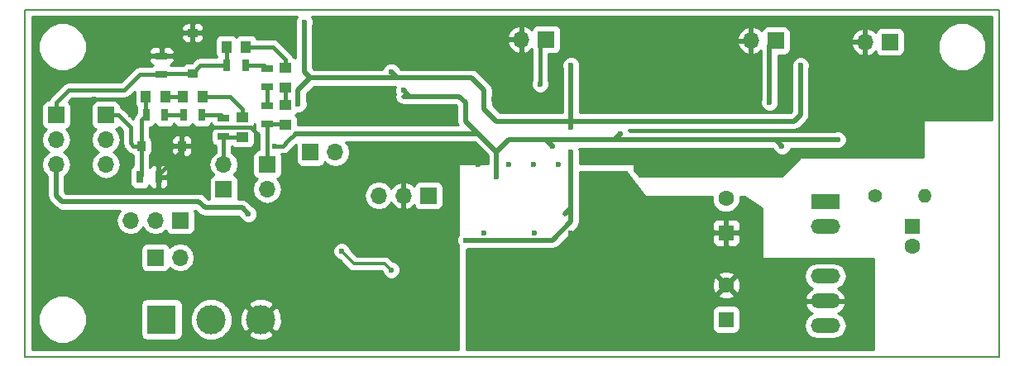
<source format=gbr>
G04 #@! TF.FileFunction,Copper,L2,Bot,Signal*
%FSLAX46Y46*%
G04 Gerber Fmt 4.6, Leading zero omitted, Abs format (unit mm)*
G04 Created by KiCad (PCBNEW 4.0.7) date 03/18/18 13:20:54*
%MOMM*%
%LPD*%
G01*
G04 APERTURE LIST*
%ADD10C,0.100000*%
%ADD11C,0.150000*%
%ADD12C,0.600000*%
%ADD13R,1.700000X1.700000*%
%ADD14O,1.700000X1.700000*%
%ADD15R,1.600000X1.600000*%
%ADD16C,1.600000*%
%ADD17R,1.250000X1.000000*%
%ADD18R,1.000000X1.250000*%
%ADD19R,0.850000X1.000000*%
%ADD20R,1.000000X0.850000*%
%ADD21R,1.300000X0.700000*%
%ADD22R,0.700000X1.300000*%
%ADD23R,3.000000X1.500000*%
%ADD24O,3.000000X1.500000*%
%ADD25R,3.000000X3.000000*%
%ADD26C,3.000000*%
%ADD27C,1.400000*%
%ADD28O,1.400000X1.400000*%
%ADD29C,0.500000*%
%ADD30C,0.400000*%
%ADD31C,0.300000*%
%ADD32C,0.254000*%
G04 APERTURE END LIST*
D10*
D11*
X19050000Y-19050000D02*
X19050000Y-54610000D01*
X118745000Y-19050000D02*
X19050000Y-19050000D01*
X118745000Y-54610000D02*
X118745000Y-19050000D01*
X19050000Y-54610000D02*
X118745000Y-54610000D01*
D12*
X64770000Y-47625000D03*
X60960000Y-50165000D03*
X54737000Y-35814000D03*
X57785000Y-40640000D03*
X60960000Y-40640000D03*
X58420000Y-46355000D03*
X54610000Y-47625000D03*
D13*
X60325000Y-38100000D03*
D14*
X57785000Y-38100000D03*
X55245000Y-38100000D03*
D12*
X67056000Y-28194000D03*
X23495000Y-26035000D03*
X26035000Y-22860000D03*
X26035000Y-25400000D03*
X29845000Y-29845000D03*
X26162000Y-28194000D03*
X29845000Y-28575000D03*
X31750000Y-24765000D03*
X29845000Y-24130000D03*
X24130000Y-34290000D03*
X25908000Y-36703000D03*
X24130000Y-37465000D03*
X25400000Y-34290000D03*
X26035000Y-41910000D03*
X29845000Y-49530000D03*
X29845000Y-45720000D03*
X26035000Y-45720000D03*
X26035000Y-49530000D03*
X20320000Y-24130000D03*
X20320000Y-26670000D03*
X20320000Y-30480000D03*
X20320000Y-34290000D03*
X20320000Y-38100000D03*
X20320000Y-41910000D03*
X20320000Y-45720000D03*
X20320000Y-49530000D03*
X36195000Y-48260000D03*
X34290000Y-47625000D03*
X36195000Y-46355000D03*
X41910000Y-45720000D03*
X41910000Y-43180000D03*
X48895000Y-48260000D03*
X48895000Y-50800000D03*
X52705000Y-51435000D03*
X20320000Y-53340000D03*
X26035000Y-53340000D03*
X29845000Y-53340000D03*
X33655000Y-53340000D03*
X37465000Y-53340000D03*
X41275000Y-53340000D03*
X45085000Y-53340000D03*
X48895000Y-53340000D03*
X46990000Y-48260000D03*
X46990000Y-44450000D03*
X46990000Y-40640000D03*
X43815000Y-40640000D03*
X43815000Y-39370000D03*
X45720000Y-34290000D03*
X45720000Y-38100000D03*
X52705000Y-53340000D03*
X57150000Y-48895000D03*
X62865000Y-50165000D03*
X53975000Y-40640000D03*
X52705000Y-33020000D03*
X52705000Y-35560000D03*
X49022000Y-36830000D03*
X57150000Y-30480000D03*
X59055000Y-29210000D03*
X59690000Y-21590000D03*
X59055000Y-24130000D03*
X67056000Y-20320000D03*
X67945000Y-22860000D03*
X73025000Y-29210000D03*
X59055000Y-35814000D03*
X62865000Y-36195000D03*
X59055000Y-33020000D03*
X62230000Y-33020000D03*
X65405000Y-33655000D03*
X65405000Y-34925000D03*
X71120000Y-34925000D03*
X68580000Y-34925000D03*
X73660000Y-34925000D03*
X78105000Y-27305000D03*
X78740000Y-24765000D03*
X102235000Y-24765000D03*
X77470000Y-33655000D03*
X81280000Y-33655000D03*
X81280000Y-27940000D03*
X81280000Y-24130000D03*
X83185000Y-20320000D03*
X83185000Y-24130000D03*
X90170000Y-28575000D03*
X86995000Y-27940000D03*
X83185000Y-27940000D03*
X83185000Y-35560000D03*
X86995000Y-35560000D03*
X90805000Y-35560000D03*
X94615000Y-35560000D03*
X96520000Y-34925000D03*
X100965000Y-30480000D03*
X100965000Y-33655000D03*
X104775000Y-31115000D03*
X104775000Y-33655000D03*
X106045000Y-27940000D03*
X106045000Y-24130000D03*
X113665000Y-29845000D03*
X117475000Y-29845000D03*
X110490000Y-29845000D03*
X110490000Y-33655000D03*
X109855000Y-24130000D03*
X109855000Y-27940000D03*
X113665000Y-27940000D03*
X117475000Y-27940000D03*
X117475000Y-24130000D03*
X81280000Y-20320000D03*
X75692000Y-19939000D03*
X50800000Y-20320000D03*
X54610000Y-20320000D03*
X58420000Y-20320000D03*
X45085000Y-20955000D03*
X35560000Y-20320000D03*
X31750000Y-20320000D03*
X27940000Y-20320000D03*
X24130000Y-20320000D03*
X20320000Y-20320000D03*
X97685000Y-21225000D03*
X99060000Y-20320000D03*
X106045000Y-20320000D03*
X111379000Y-21971000D03*
X113665000Y-20320000D03*
X66040000Y-44450000D03*
X66040000Y-41910000D03*
X71140000Y-41910000D03*
X81915000Y-43180000D03*
X74930000Y-41910000D03*
X78740000Y-41910000D03*
X84455000Y-43180000D03*
X86995000Y-43180000D03*
X86995000Y-40640000D03*
X92710000Y-40640000D03*
X90170000Y-45720000D03*
X90170000Y-45720000D03*
X86360000Y-45720000D03*
X82550000Y-45720000D03*
X78740000Y-45720000D03*
X67310000Y-49530000D03*
X71120000Y-49530000D03*
X71120000Y-53340000D03*
X74930000Y-53340000D03*
X78740000Y-53340000D03*
X82550000Y-53340000D03*
X86360000Y-53340000D03*
X90170000Y-53340000D03*
X97790000Y-53340000D03*
X93980000Y-53340000D03*
X93980000Y-46990000D03*
X93980000Y-49530000D03*
X97790000Y-49530000D03*
X97790000Y-46990000D03*
X104775000Y-48260000D03*
X104775000Y-50165000D03*
X104775000Y-52705000D03*
X104775000Y-45720000D03*
D15*
X109855000Y-41275000D03*
D16*
X109855000Y-43275000D03*
D15*
X90805000Y-50800000D03*
D16*
X90805000Y-47300000D03*
D15*
X90805000Y-41910000D03*
D16*
X90805000Y-38410000D03*
D17*
X41275000Y-30115000D03*
X41275000Y-32115000D03*
X45720000Y-28845000D03*
X45720000Y-30845000D03*
D18*
X35195000Y-27940000D03*
X37195000Y-27940000D03*
D17*
X45720000Y-25035000D03*
X45720000Y-27035000D03*
D18*
X31385000Y-27940000D03*
X33385000Y-27940000D03*
X39640000Y-22860000D03*
X41640000Y-22860000D03*
D19*
X35095000Y-33020000D03*
X30945000Y-33020000D03*
D20*
X36195000Y-25570000D03*
X36195000Y-21420000D03*
D13*
X32385000Y-44450000D03*
D14*
X34925000Y-44450000D03*
D13*
X34925000Y-40640000D03*
D14*
X32385000Y-40640000D03*
X29845000Y-40640000D03*
D13*
X39370000Y-37465000D03*
D14*
X39370000Y-34925000D03*
D13*
X43815000Y-34925000D03*
D14*
X43815000Y-37465000D03*
D13*
X27305000Y-29845000D03*
D14*
X27305000Y-32385000D03*
X27305000Y-34925000D03*
D13*
X22225000Y-29845000D03*
D14*
X22225000Y-32385000D03*
X22225000Y-34925000D03*
D13*
X48260000Y-33655000D03*
D14*
X50800000Y-33655000D03*
D21*
X39370000Y-30165000D03*
X39370000Y-32065000D03*
X43815000Y-28895000D03*
X43815000Y-30795000D03*
D22*
X35245000Y-29845000D03*
X37145000Y-29845000D03*
D21*
X43815000Y-25085000D03*
X43815000Y-26985000D03*
D22*
X31435000Y-29845000D03*
X33335000Y-29845000D03*
X39690000Y-24765000D03*
X41590000Y-24765000D03*
X32700000Y-36195000D03*
X30800000Y-36195000D03*
D21*
X33020000Y-25715000D03*
X33020000Y-23815000D03*
D23*
X100965000Y-38735000D03*
D24*
X100965000Y-41275000D03*
X100965000Y-46355000D03*
X100965000Y-48895000D03*
X100965000Y-51435000D03*
D25*
X33020000Y-50800000D03*
D26*
X38100000Y-50800000D03*
X43180000Y-50800000D03*
D13*
X72390000Y-22098000D03*
D14*
X69850000Y-22098000D03*
D13*
X95885000Y-22225000D03*
D14*
X93345000Y-22225000D03*
D13*
X107569000Y-22352000D03*
D14*
X105029000Y-22352000D03*
D12*
X117475000Y-20320000D03*
D27*
X106045000Y-38100000D03*
D28*
X111125000Y-38100000D03*
D12*
X64135000Y-42672000D03*
X74930000Y-31115000D03*
X74930000Y-33655000D03*
X46999797Y-28739113D03*
X47625000Y-20320000D03*
X56515000Y-25400000D03*
X74930000Y-24765000D03*
X98425000Y-24765000D03*
X44577000Y-33020000D03*
X57785000Y-27305000D03*
X73025000Y-33020000D03*
X67310000Y-36195000D03*
X80010000Y-31750000D03*
X96520000Y-33020000D03*
X102235000Y-32385000D03*
X42799000Y-32258000D03*
X40640000Y-21025000D03*
X71755000Y-26670000D03*
X95250000Y-28575000D03*
X41910000Y-40005000D03*
X56515000Y-45720000D03*
X51435000Y-43815000D03*
D29*
X74930000Y-39370000D02*
X74930000Y-38989000D01*
X73057998Y-42672000D02*
X74930000Y-40799998D01*
X74930000Y-38989000D02*
X74930000Y-33655000D01*
X64135000Y-42672000D02*
X73057998Y-42672000D01*
X74930000Y-40799998D02*
X74930000Y-38989000D01*
X74930000Y-31115000D02*
X74930000Y-30480000D01*
X74295000Y-40005000D02*
X74930000Y-39370000D01*
X46999797Y-28739113D02*
X46999797Y-27295203D01*
X46999797Y-27295203D02*
X48260000Y-26035000D01*
X57150000Y-26035000D02*
X48260000Y-26035000D01*
X64770000Y-26035000D02*
X57150000Y-26035000D01*
X57150000Y-26035000D02*
X56515000Y-25400000D01*
X47625000Y-25400000D02*
X47625000Y-24765000D01*
X48260000Y-26035000D02*
X47625000Y-25400000D01*
X66040000Y-29210000D02*
X66040000Y-27305000D01*
X66040000Y-27305000D02*
X64770000Y-26035000D01*
X74930000Y-30480000D02*
X67310000Y-30480000D01*
X67310000Y-30480000D02*
X66040000Y-29210000D01*
X47625000Y-20320000D02*
X47625000Y-24765000D01*
X97790000Y-30480000D02*
X74930000Y-30480000D01*
X74930000Y-24765000D02*
X74930000Y-30480000D01*
X98425000Y-29845000D02*
X97790000Y-30480000D01*
X98425000Y-24765000D02*
X98425000Y-29845000D01*
D30*
X44577000Y-33020000D02*
X44958000Y-33020000D01*
X45449254Y-33020000D02*
X45974000Y-32495254D01*
X45974000Y-32495254D02*
X46719254Y-31750000D01*
X44958000Y-33020000D02*
X45449254Y-33020000D01*
X44577000Y-33020000D02*
X45024990Y-33020000D01*
D29*
X64135000Y-30480000D02*
X65405000Y-31750000D01*
X46719254Y-31750000D02*
X65405000Y-31750000D01*
X65405000Y-31750000D02*
X66040000Y-32385000D01*
X58420000Y-27940000D02*
X57785000Y-27940000D01*
X63500000Y-27940000D02*
X58420000Y-27940000D01*
X58420000Y-27940000D02*
X57785000Y-27305000D01*
X64135000Y-28575000D02*
X64135000Y-30480000D01*
X64135000Y-28575000D02*
X63500000Y-27940000D01*
X66040000Y-32385000D02*
X67310000Y-33655000D01*
X72390000Y-32385000D02*
X68580000Y-32385000D01*
X75565000Y-32385000D02*
X72390000Y-32385000D01*
X72390000Y-32385000D02*
X73025000Y-33020000D01*
X68580000Y-32385000D02*
X67310000Y-33655000D01*
X67310000Y-33655000D02*
X67310000Y-36195000D01*
X79375000Y-32385000D02*
X75565000Y-32385000D01*
X80010000Y-32385000D02*
X79375000Y-32385000D01*
X79375000Y-32385000D02*
X80010000Y-31750000D01*
X94615000Y-32385000D02*
X102235000Y-32385000D01*
X80010000Y-32385000D02*
X94615000Y-32385000D01*
X94615000Y-32385000D02*
X95885000Y-32385000D01*
X95885000Y-32385000D02*
X96520000Y-33020000D01*
D30*
X37195000Y-27940000D02*
X40005000Y-27940000D01*
X40005000Y-27940000D02*
X41275000Y-29210000D01*
X41275000Y-29210000D02*
X41275000Y-30115000D01*
X39370000Y-32065000D02*
X39370000Y-34925000D01*
X41275000Y-32115000D02*
X39420000Y-32115000D01*
X39420000Y-32115000D02*
X39370000Y-32065000D01*
X45720000Y-28845000D02*
X45720000Y-27035000D01*
X43815000Y-30795000D02*
X45670000Y-30795000D01*
X45670000Y-30795000D02*
X45720000Y-30845000D01*
X43815000Y-34925000D02*
X43815000Y-33675000D01*
X43815000Y-33675000D02*
X43815000Y-30795000D01*
X33385000Y-27940000D02*
X35195000Y-27940000D01*
X44445000Y-22860000D02*
X41640000Y-22860000D01*
X45720000Y-25035000D02*
X45720000Y-24135000D01*
X45720000Y-24135000D02*
X44445000Y-22860000D01*
X31385000Y-27940000D02*
X31385000Y-29795000D01*
X31385000Y-29795000D02*
X31435000Y-29845000D01*
X30945000Y-33020000D02*
X30945000Y-30335000D01*
X30945000Y-30335000D02*
X31435000Y-29845000D01*
X30945000Y-33020000D02*
X30945000Y-36050000D01*
X30945000Y-36050000D02*
X30800000Y-36195000D01*
X27305000Y-29845000D02*
X28555000Y-29845000D01*
X28555000Y-29845000D02*
X29845000Y-31135000D01*
X29845000Y-31135000D02*
X29845000Y-32745000D01*
X29845000Y-32745000D02*
X30120000Y-33020000D01*
X30120000Y-33020000D02*
X30945000Y-33020000D01*
X29210000Y-27305000D02*
X30800000Y-25715000D01*
X30800000Y-25715000D02*
X33020000Y-25715000D01*
X23515000Y-27305000D02*
X29210000Y-27305000D01*
X22225000Y-29845000D02*
X22225000Y-28595000D01*
X22225000Y-28595000D02*
X23515000Y-27305000D01*
X36195000Y-25570000D02*
X33165000Y-25570000D01*
X33165000Y-25570000D02*
X33020000Y-25715000D01*
X39690000Y-24765000D02*
X37000000Y-24765000D01*
X37000000Y-24765000D02*
X36195000Y-25570000D01*
X39690000Y-24765000D02*
X39690000Y-22910000D01*
X39690000Y-22910000D02*
X39640000Y-22860000D01*
X42799000Y-31793998D02*
X42799000Y-32258000D01*
X37925000Y-31115000D02*
X42120002Y-31115000D01*
X42120002Y-31115000D02*
X42799000Y-31793998D01*
X35095000Y-33020000D02*
X36020000Y-33020000D01*
X36020000Y-33020000D02*
X37925000Y-31115000D01*
D29*
X36195000Y-21420000D02*
X40245000Y-21420000D01*
X40245000Y-21420000D02*
X40640000Y-21025000D01*
D30*
X33020000Y-23815000D02*
X33020000Y-23065000D01*
X33020000Y-23065000D02*
X34665000Y-21420000D01*
X34665000Y-21420000D02*
X35295000Y-21420000D01*
X35295000Y-21420000D02*
X36195000Y-21420000D01*
X32700000Y-36195000D02*
X32700000Y-35895000D01*
X32700000Y-35895000D02*
X35095000Y-33500000D01*
X35095000Y-33500000D02*
X35095000Y-33020000D01*
X71755000Y-26670000D02*
X71755000Y-22733000D01*
X71755000Y-22733000D02*
X72390000Y-22098000D01*
D29*
X95250000Y-28575000D02*
X95250000Y-22733000D01*
X95250000Y-22733000D02*
X95885000Y-22098000D01*
X22225000Y-34925000D02*
X22225000Y-38100000D01*
X22225000Y-38100000D02*
X22860000Y-38735000D01*
X22860000Y-38735000D02*
X36830000Y-38735000D01*
X36830000Y-38735000D02*
X37434999Y-39339999D01*
X37434999Y-39339999D02*
X41244999Y-39339999D01*
X41244999Y-39339999D02*
X41910000Y-40005000D01*
D31*
X52705000Y-45085000D02*
X55880000Y-45085000D01*
X55880000Y-45085000D02*
X56515000Y-45720000D01*
X52705000Y-45085000D02*
X51435000Y-43815000D01*
D30*
X37145000Y-29845000D02*
X39050000Y-29845000D01*
X39050000Y-29845000D02*
X39370000Y-30165000D01*
X43815000Y-28895000D02*
X43815000Y-26985000D01*
X33335000Y-29845000D02*
X35245000Y-29845000D01*
X41590000Y-24765000D02*
X43495000Y-24765000D01*
X43495000Y-24765000D02*
X43815000Y-25085000D01*
D32*
G36*
X46832808Y-19789673D02*
X46690162Y-20133201D01*
X46689838Y-20505167D01*
X46740000Y-20626569D01*
X46740000Y-24036352D01*
X46596890Y-23938569D01*
X46512529Y-23921485D01*
X46491439Y-23815459D01*
X46310434Y-23544566D01*
X45035434Y-22269566D01*
X44938352Y-22204698D01*
X44764541Y-22088561D01*
X44445000Y-22025000D01*
X42747926Y-22025000D01*
X42743162Y-21999683D01*
X42604090Y-21783559D01*
X42391890Y-21638569D01*
X42140000Y-21587560D01*
X41140000Y-21587560D01*
X40904683Y-21631838D01*
X40688559Y-21770910D01*
X40640866Y-21840711D01*
X40604090Y-21783559D01*
X40391890Y-21638569D01*
X40140000Y-21587560D01*
X39140000Y-21587560D01*
X38904683Y-21631838D01*
X38688559Y-21770910D01*
X38543569Y-21983110D01*
X38492560Y-22235000D01*
X38492560Y-23485000D01*
X38536838Y-23720317D01*
X38671765Y-23930000D01*
X37000000Y-23930000D01*
X36680459Y-23993561D01*
X36498713Y-24115000D01*
X36409566Y-24174566D01*
X36086572Y-24497560D01*
X35695000Y-24497560D01*
X35459683Y-24541838D01*
X35243559Y-24680910D01*
X35206601Y-24735000D01*
X33953234Y-24735000D01*
X34029699Y-24703327D01*
X34208327Y-24524698D01*
X34305000Y-24291309D01*
X34305000Y-24100750D01*
X34146250Y-23942000D01*
X33147000Y-23942000D01*
X33147000Y-23962000D01*
X32893000Y-23962000D01*
X32893000Y-23942000D01*
X31893750Y-23942000D01*
X31735000Y-24100750D01*
X31735000Y-24291309D01*
X31831673Y-24524698D01*
X32010301Y-24703327D01*
X32146287Y-24759654D01*
X32134683Y-24761838D01*
X31951054Y-24880000D01*
X30800000Y-24880000D01*
X30480460Y-24943560D01*
X30209566Y-25124566D01*
X28864132Y-26470000D01*
X23515000Y-26470000D01*
X23195459Y-26533561D01*
X23098777Y-26598162D01*
X22924565Y-26714566D01*
X21634566Y-28004566D01*
X21453561Y-28275459D01*
X21439219Y-28347560D01*
X21375000Y-28347560D01*
X21139683Y-28391838D01*
X20923559Y-28530910D01*
X20778569Y-28743110D01*
X20727560Y-28995000D01*
X20727560Y-30695000D01*
X20771838Y-30930317D01*
X20910910Y-31146441D01*
X21123110Y-31291431D01*
X21190541Y-31305086D01*
X21145853Y-31334946D01*
X20823946Y-31816715D01*
X20710907Y-32385000D01*
X20823946Y-32953285D01*
X21145853Y-33435054D01*
X21475026Y-33655000D01*
X21145853Y-33874946D01*
X20823946Y-34356715D01*
X20710907Y-34925000D01*
X20823946Y-35493285D01*
X21145853Y-35975054D01*
X21340000Y-36104779D01*
X21340000Y-38099995D01*
X21339999Y-38100000D01*
X21382766Y-38315000D01*
X21407367Y-38438675D01*
X21548786Y-38650325D01*
X21599210Y-38725790D01*
X22234208Y-39360787D01*
X22234210Y-39360790D01*
X22426054Y-39488975D01*
X22521326Y-39552634D01*
X22860000Y-39620001D01*
X22860005Y-39620000D01*
X28755425Y-39620000D01*
X28473039Y-40042622D01*
X28360000Y-40610907D01*
X28360000Y-40669093D01*
X28473039Y-41237378D01*
X28794946Y-41719147D01*
X29276715Y-42041054D01*
X29845000Y-42154093D01*
X30413285Y-42041054D01*
X30895054Y-41719147D01*
X31115000Y-41389974D01*
X31334946Y-41719147D01*
X31816715Y-42041054D01*
X32385000Y-42154093D01*
X32953285Y-42041054D01*
X33435054Y-41719147D01*
X33462850Y-41677548D01*
X33471838Y-41725317D01*
X33610910Y-41941441D01*
X33823110Y-42086431D01*
X34075000Y-42137440D01*
X35775000Y-42137440D01*
X36010317Y-42093162D01*
X36226441Y-41954090D01*
X36371431Y-41741890D01*
X36422440Y-41490000D01*
X36422440Y-39790000D01*
X36390452Y-39620000D01*
X36463420Y-39620000D01*
X36809207Y-39965786D01*
X36809209Y-39965789D01*
X37096324Y-40157632D01*
X37152515Y-40168809D01*
X37434999Y-40225000D01*
X37435004Y-40224999D01*
X40878419Y-40224999D01*
X41067255Y-40413835D01*
X41116883Y-40533943D01*
X41379673Y-40797192D01*
X41723201Y-40939838D01*
X42095167Y-40940162D01*
X42438943Y-40798117D01*
X42702192Y-40535327D01*
X42844838Y-40191799D01*
X42845162Y-39819833D01*
X42703117Y-39476057D01*
X42440327Y-39212808D01*
X42319013Y-39162434D01*
X41870789Y-38714209D01*
X41716148Y-38610882D01*
X41583674Y-38522366D01*
X41527483Y-38511189D01*
X41244999Y-38454998D01*
X41244994Y-38454999D01*
X40839089Y-38454999D01*
X40867440Y-38315000D01*
X40867440Y-36615000D01*
X40823162Y-36379683D01*
X40684090Y-36163559D01*
X40471890Y-36018569D01*
X40404459Y-36004914D01*
X40449147Y-35975054D01*
X40771054Y-35493285D01*
X40884093Y-34925000D01*
X40771054Y-34356715D01*
X40449147Y-33874946D01*
X40205000Y-33711813D01*
X40205000Y-33079485D01*
X40398110Y-33211431D01*
X40650000Y-33262440D01*
X41900000Y-33262440D01*
X42135317Y-33218162D01*
X42351441Y-33079090D01*
X42496431Y-32866890D01*
X42547440Y-32615000D01*
X42547440Y-31615000D01*
X42503162Y-31379683D01*
X42364090Y-31163559D01*
X42294289Y-31115866D01*
X42351441Y-31079090D01*
X42496431Y-30866890D01*
X42517560Y-30762552D01*
X42517560Y-31145000D01*
X42561838Y-31380317D01*
X42700910Y-31596441D01*
X42913110Y-31741431D01*
X42980000Y-31754977D01*
X42980000Y-33427560D01*
X42965000Y-33427560D01*
X42729683Y-33471838D01*
X42513559Y-33610910D01*
X42368569Y-33823110D01*
X42317560Y-34075000D01*
X42317560Y-35775000D01*
X42361838Y-36010317D01*
X42500910Y-36226441D01*
X42713110Y-36371431D01*
X42780541Y-36385086D01*
X42735853Y-36414946D01*
X42413946Y-36896715D01*
X42300907Y-37465000D01*
X42413946Y-38033285D01*
X42735853Y-38515054D01*
X43217622Y-38836961D01*
X43785907Y-38950000D01*
X43844093Y-38950000D01*
X44412378Y-38836961D01*
X44894147Y-38515054D01*
X45190915Y-38070907D01*
X53760000Y-38070907D01*
X53760000Y-38129093D01*
X53873039Y-38697378D01*
X54194946Y-39179147D01*
X54676715Y-39501054D01*
X55245000Y-39614093D01*
X55813285Y-39501054D01*
X56295054Y-39179147D01*
X56522702Y-38838447D01*
X56589817Y-38981358D01*
X57018076Y-39371645D01*
X57428110Y-39541476D01*
X57658000Y-39420155D01*
X57658000Y-38227000D01*
X57638000Y-38227000D01*
X57638000Y-37973000D01*
X57658000Y-37973000D01*
X57658000Y-36779845D01*
X57912000Y-36779845D01*
X57912000Y-37973000D01*
X57932000Y-37973000D01*
X57932000Y-38227000D01*
X57912000Y-38227000D01*
X57912000Y-39420155D01*
X58141890Y-39541476D01*
X58551924Y-39371645D01*
X58854937Y-39095499D01*
X58871838Y-39185317D01*
X59010910Y-39401441D01*
X59223110Y-39546431D01*
X59475000Y-39597440D01*
X61175000Y-39597440D01*
X61410317Y-39553162D01*
X61626441Y-39414090D01*
X61771431Y-39201890D01*
X61822440Y-38950000D01*
X61822440Y-37250000D01*
X61778162Y-37014683D01*
X61639090Y-36798559D01*
X61426890Y-36653569D01*
X61175000Y-36602560D01*
X59475000Y-36602560D01*
X59239683Y-36646838D01*
X59023559Y-36785910D01*
X58878569Y-36998110D01*
X58856699Y-37106107D01*
X58551924Y-36828355D01*
X58141890Y-36658524D01*
X57912000Y-36779845D01*
X57658000Y-36779845D01*
X57428110Y-36658524D01*
X57018076Y-36828355D01*
X56589817Y-37218642D01*
X56522702Y-37361553D01*
X56295054Y-37020853D01*
X55813285Y-36698946D01*
X55245000Y-36585907D01*
X54676715Y-36698946D01*
X54194946Y-37020853D01*
X53873039Y-37502622D01*
X53760000Y-38070907D01*
X45190915Y-38070907D01*
X45216054Y-38033285D01*
X45329093Y-37465000D01*
X45216054Y-36896715D01*
X44894147Y-36414946D01*
X44852548Y-36387150D01*
X44900317Y-36378162D01*
X45116441Y-36239090D01*
X45261431Y-36026890D01*
X45312440Y-35775000D01*
X45312440Y-34075000D01*
X45271044Y-33855000D01*
X45449254Y-33855000D01*
X45768795Y-33791439D01*
X46039688Y-33610434D01*
X46762560Y-32887562D01*
X46762560Y-34505000D01*
X46806838Y-34740317D01*
X46945910Y-34956441D01*
X47158110Y-35101431D01*
X47410000Y-35152440D01*
X49110000Y-35152440D01*
X49345317Y-35108162D01*
X49561441Y-34969090D01*
X49706431Y-34756890D01*
X49720086Y-34689459D01*
X49749946Y-34734147D01*
X50231715Y-35056054D01*
X50800000Y-35169093D01*
X51368285Y-35056054D01*
X51850054Y-34734147D01*
X52171961Y-34252378D01*
X52285000Y-33684093D01*
X52285000Y-33625907D01*
X52171961Y-33057622D01*
X51889575Y-32635000D01*
X65038420Y-32635000D01*
X65414208Y-33010787D01*
X65414210Y-33010790D01*
X66425000Y-34021579D01*
X66425000Y-34798000D01*
X63500000Y-34798000D01*
X63450590Y-34808006D01*
X63408965Y-34836447D01*
X63381685Y-34878841D01*
X63373000Y-34925000D01*
X63373000Y-42111534D01*
X63342808Y-42141673D01*
X63200162Y-42485201D01*
X63199838Y-42857167D01*
X63341883Y-43200943D01*
X63373000Y-43232114D01*
X63373000Y-53900000D01*
X19760000Y-53900000D01*
X19760000Y-51290544D01*
X20382571Y-51290544D01*
X20758877Y-52201275D01*
X21455060Y-52898674D01*
X22365133Y-53276569D01*
X23350544Y-53277429D01*
X24261275Y-52901123D01*
X24958674Y-52204940D01*
X25336569Y-51294867D01*
X25337429Y-50309456D01*
X24961123Y-49398725D01*
X24862571Y-49300000D01*
X30872560Y-49300000D01*
X30872560Y-52300000D01*
X30916838Y-52535317D01*
X31055910Y-52751441D01*
X31268110Y-52896431D01*
X31520000Y-52947440D01*
X34520000Y-52947440D01*
X34755317Y-52903162D01*
X34971441Y-52764090D01*
X35116431Y-52551890D01*
X35167440Y-52300000D01*
X35167440Y-51222815D01*
X35964630Y-51222815D01*
X36288980Y-52007800D01*
X36889041Y-52608909D01*
X37673459Y-52934628D01*
X38522815Y-52935370D01*
X39307800Y-52611020D01*
X39605368Y-52313970D01*
X41845635Y-52313970D01*
X42005418Y-52632739D01*
X42796187Y-52942723D01*
X43645387Y-52926497D01*
X44354582Y-52632739D01*
X44514365Y-52313970D01*
X43180000Y-50979605D01*
X41845635Y-52313970D01*
X39605368Y-52313970D01*
X39908909Y-52010959D01*
X40234628Y-51226541D01*
X40235335Y-50416187D01*
X41037277Y-50416187D01*
X41053503Y-51265387D01*
X41347261Y-51974582D01*
X41666030Y-52134365D01*
X43000395Y-50800000D01*
X43359605Y-50800000D01*
X44693970Y-52134365D01*
X45012739Y-51974582D01*
X45322723Y-51183813D01*
X45306497Y-50334613D01*
X45012739Y-49625418D01*
X44693970Y-49465635D01*
X43359605Y-50800000D01*
X43000395Y-50800000D01*
X41666030Y-49465635D01*
X41347261Y-49625418D01*
X41037277Y-50416187D01*
X40235335Y-50416187D01*
X40235370Y-50377185D01*
X39911020Y-49592200D01*
X39605384Y-49286030D01*
X41845635Y-49286030D01*
X43180000Y-50620395D01*
X44514365Y-49286030D01*
X44354582Y-48967261D01*
X43563813Y-48657277D01*
X42714613Y-48673503D01*
X42005418Y-48967261D01*
X41845635Y-49286030D01*
X39605384Y-49286030D01*
X39310959Y-48991091D01*
X38526541Y-48665372D01*
X37677185Y-48664630D01*
X36892200Y-48988980D01*
X36291091Y-49589041D01*
X35965372Y-50373459D01*
X35964630Y-51222815D01*
X35167440Y-51222815D01*
X35167440Y-49300000D01*
X35123162Y-49064683D01*
X34984090Y-48848559D01*
X34771890Y-48703569D01*
X34520000Y-48652560D01*
X31520000Y-48652560D01*
X31284683Y-48696838D01*
X31068559Y-48835910D01*
X30923569Y-49048110D01*
X30872560Y-49300000D01*
X24862571Y-49300000D01*
X24264940Y-48701326D01*
X23354867Y-48323431D01*
X22369456Y-48322571D01*
X21458725Y-48698877D01*
X20761326Y-49395060D01*
X20383431Y-50305133D01*
X20382571Y-51290544D01*
X19760000Y-51290544D01*
X19760000Y-43600000D01*
X30887560Y-43600000D01*
X30887560Y-45300000D01*
X30931838Y-45535317D01*
X31070910Y-45751441D01*
X31283110Y-45896431D01*
X31535000Y-45947440D01*
X33235000Y-45947440D01*
X33470317Y-45903162D01*
X33686441Y-45764090D01*
X33831431Y-45551890D01*
X33845086Y-45484459D01*
X33874946Y-45529147D01*
X34356715Y-45851054D01*
X34925000Y-45964093D01*
X35493285Y-45851054D01*
X35975054Y-45529147D01*
X36296961Y-45047378D01*
X36410000Y-44479093D01*
X36410000Y-44420907D01*
X36326310Y-44000167D01*
X50499838Y-44000167D01*
X50641883Y-44343943D01*
X50904673Y-44607192D01*
X51248201Y-44749838D01*
X51259690Y-44749848D01*
X52149921Y-45640079D01*
X52404593Y-45810245D01*
X52705000Y-45870000D01*
X55554842Y-45870000D01*
X55579847Y-45895005D01*
X55579838Y-45905167D01*
X55721883Y-46248943D01*
X55984673Y-46512192D01*
X56328201Y-46654838D01*
X56700167Y-46655162D01*
X57043943Y-46513117D01*
X57307192Y-46250327D01*
X57449838Y-45906799D01*
X57450162Y-45534833D01*
X57308117Y-45191057D01*
X57045327Y-44927808D01*
X56701799Y-44785162D01*
X56690310Y-44785152D01*
X56435079Y-44529921D01*
X56180407Y-44359755D01*
X55880000Y-44300000D01*
X53030158Y-44300000D01*
X52370153Y-43639995D01*
X52370162Y-43629833D01*
X52228117Y-43286057D01*
X51965327Y-43022808D01*
X51621799Y-42880162D01*
X51249833Y-42879838D01*
X50906057Y-43021883D01*
X50642808Y-43284673D01*
X50500162Y-43628201D01*
X50499838Y-44000167D01*
X36326310Y-44000167D01*
X36296961Y-43852622D01*
X35975054Y-43370853D01*
X35493285Y-43048946D01*
X34925000Y-42935907D01*
X34356715Y-43048946D01*
X33874946Y-43370853D01*
X33847150Y-43412452D01*
X33838162Y-43364683D01*
X33699090Y-43148559D01*
X33486890Y-43003569D01*
X33235000Y-42952560D01*
X31535000Y-42952560D01*
X31299683Y-42996838D01*
X31083559Y-43135910D01*
X30938569Y-43348110D01*
X30887560Y-43600000D01*
X19760000Y-43600000D01*
X19760000Y-23350544D01*
X20382571Y-23350544D01*
X20758877Y-24261275D01*
X21455060Y-24958674D01*
X22365133Y-25336569D01*
X23350544Y-25337429D01*
X24261275Y-24961123D01*
X24958674Y-24264940D01*
X25336569Y-23354867D01*
X25336583Y-23338691D01*
X31735000Y-23338691D01*
X31735000Y-23529250D01*
X31893750Y-23688000D01*
X32893000Y-23688000D01*
X32893000Y-22988750D01*
X33147000Y-22988750D01*
X33147000Y-23688000D01*
X34146250Y-23688000D01*
X34305000Y-23529250D01*
X34305000Y-23338691D01*
X34208327Y-23105302D01*
X34029699Y-22926673D01*
X33796310Y-22830000D01*
X33305750Y-22830000D01*
X33147000Y-22988750D01*
X32893000Y-22988750D01*
X32734250Y-22830000D01*
X32243690Y-22830000D01*
X32010301Y-22926673D01*
X31831673Y-23105302D01*
X31735000Y-23338691D01*
X25336583Y-23338691D01*
X25337429Y-22369456D01*
X25063192Y-21705750D01*
X35060000Y-21705750D01*
X35060000Y-21971309D01*
X35156673Y-22204698D01*
X35335301Y-22383327D01*
X35568690Y-22480000D01*
X35909250Y-22480000D01*
X36068000Y-22321250D01*
X36068000Y-21547000D01*
X36322000Y-21547000D01*
X36322000Y-22321250D01*
X36480750Y-22480000D01*
X36821310Y-22480000D01*
X37054699Y-22383327D01*
X37233327Y-22204698D01*
X37330000Y-21971309D01*
X37330000Y-21705750D01*
X37171250Y-21547000D01*
X36322000Y-21547000D01*
X36068000Y-21547000D01*
X35218750Y-21547000D01*
X35060000Y-21705750D01*
X25063192Y-21705750D01*
X24961123Y-21458725D01*
X24372118Y-20868691D01*
X35060000Y-20868691D01*
X35060000Y-21134250D01*
X35218750Y-21293000D01*
X36068000Y-21293000D01*
X36068000Y-20518750D01*
X36322000Y-20518750D01*
X36322000Y-21293000D01*
X37171250Y-21293000D01*
X37330000Y-21134250D01*
X37330000Y-20868691D01*
X37233327Y-20635302D01*
X37054699Y-20456673D01*
X36821310Y-20360000D01*
X36480750Y-20360000D01*
X36322000Y-20518750D01*
X36068000Y-20518750D01*
X35909250Y-20360000D01*
X35568690Y-20360000D01*
X35335301Y-20456673D01*
X35156673Y-20635302D01*
X35060000Y-20868691D01*
X24372118Y-20868691D01*
X24264940Y-20761326D01*
X23354867Y-20383431D01*
X22369456Y-20382571D01*
X21458725Y-20758877D01*
X20761326Y-21455060D01*
X20383431Y-22365133D01*
X20382571Y-23350544D01*
X19760000Y-23350544D01*
X19760000Y-19760000D01*
X46862533Y-19760000D01*
X46832808Y-19789673D01*
X46832808Y-19789673D01*
G37*
X46832808Y-19789673D02*
X46690162Y-20133201D01*
X46689838Y-20505167D01*
X46740000Y-20626569D01*
X46740000Y-24036352D01*
X46596890Y-23938569D01*
X46512529Y-23921485D01*
X46491439Y-23815459D01*
X46310434Y-23544566D01*
X45035434Y-22269566D01*
X44938352Y-22204698D01*
X44764541Y-22088561D01*
X44445000Y-22025000D01*
X42747926Y-22025000D01*
X42743162Y-21999683D01*
X42604090Y-21783559D01*
X42391890Y-21638569D01*
X42140000Y-21587560D01*
X41140000Y-21587560D01*
X40904683Y-21631838D01*
X40688559Y-21770910D01*
X40640866Y-21840711D01*
X40604090Y-21783559D01*
X40391890Y-21638569D01*
X40140000Y-21587560D01*
X39140000Y-21587560D01*
X38904683Y-21631838D01*
X38688559Y-21770910D01*
X38543569Y-21983110D01*
X38492560Y-22235000D01*
X38492560Y-23485000D01*
X38536838Y-23720317D01*
X38671765Y-23930000D01*
X37000000Y-23930000D01*
X36680459Y-23993561D01*
X36498713Y-24115000D01*
X36409566Y-24174566D01*
X36086572Y-24497560D01*
X35695000Y-24497560D01*
X35459683Y-24541838D01*
X35243559Y-24680910D01*
X35206601Y-24735000D01*
X33953234Y-24735000D01*
X34029699Y-24703327D01*
X34208327Y-24524698D01*
X34305000Y-24291309D01*
X34305000Y-24100750D01*
X34146250Y-23942000D01*
X33147000Y-23942000D01*
X33147000Y-23962000D01*
X32893000Y-23962000D01*
X32893000Y-23942000D01*
X31893750Y-23942000D01*
X31735000Y-24100750D01*
X31735000Y-24291309D01*
X31831673Y-24524698D01*
X32010301Y-24703327D01*
X32146287Y-24759654D01*
X32134683Y-24761838D01*
X31951054Y-24880000D01*
X30800000Y-24880000D01*
X30480460Y-24943560D01*
X30209566Y-25124566D01*
X28864132Y-26470000D01*
X23515000Y-26470000D01*
X23195459Y-26533561D01*
X23098777Y-26598162D01*
X22924565Y-26714566D01*
X21634566Y-28004566D01*
X21453561Y-28275459D01*
X21439219Y-28347560D01*
X21375000Y-28347560D01*
X21139683Y-28391838D01*
X20923559Y-28530910D01*
X20778569Y-28743110D01*
X20727560Y-28995000D01*
X20727560Y-30695000D01*
X20771838Y-30930317D01*
X20910910Y-31146441D01*
X21123110Y-31291431D01*
X21190541Y-31305086D01*
X21145853Y-31334946D01*
X20823946Y-31816715D01*
X20710907Y-32385000D01*
X20823946Y-32953285D01*
X21145853Y-33435054D01*
X21475026Y-33655000D01*
X21145853Y-33874946D01*
X20823946Y-34356715D01*
X20710907Y-34925000D01*
X20823946Y-35493285D01*
X21145853Y-35975054D01*
X21340000Y-36104779D01*
X21340000Y-38099995D01*
X21339999Y-38100000D01*
X21382766Y-38315000D01*
X21407367Y-38438675D01*
X21548786Y-38650325D01*
X21599210Y-38725790D01*
X22234208Y-39360787D01*
X22234210Y-39360790D01*
X22426054Y-39488975D01*
X22521326Y-39552634D01*
X22860000Y-39620001D01*
X22860005Y-39620000D01*
X28755425Y-39620000D01*
X28473039Y-40042622D01*
X28360000Y-40610907D01*
X28360000Y-40669093D01*
X28473039Y-41237378D01*
X28794946Y-41719147D01*
X29276715Y-42041054D01*
X29845000Y-42154093D01*
X30413285Y-42041054D01*
X30895054Y-41719147D01*
X31115000Y-41389974D01*
X31334946Y-41719147D01*
X31816715Y-42041054D01*
X32385000Y-42154093D01*
X32953285Y-42041054D01*
X33435054Y-41719147D01*
X33462850Y-41677548D01*
X33471838Y-41725317D01*
X33610910Y-41941441D01*
X33823110Y-42086431D01*
X34075000Y-42137440D01*
X35775000Y-42137440D01*
X36010317Y-42093162D01*
X36226441Y-41954090D01*
X36371431Y-41741890D01*
X36422440Y-41490000D01*
X36422440Y-39790000D01*
X36390452Y-39620000D01*
X36463420Y-39620000D01*
X36809207Y-39965786D01*
X36809209Y-39965789D01*
X37096324Y-40157632D01*
X37152515Y-40168809D01*
X37434999Y-40225000D01*
X37435004Y-40224999D01*
X40878419Y-40224999D01*
X41067255Y-40413835D01*
X41116883Y-40533943D01*
X41379673Y-40797192D01*
X41723201Y-40939838D01*
X42095167Y-40940162D01*
X42438943Y-40798117D01*
X42702192Y-40535327D01*
X42844838Y-40191799D01*
X42845162Y-39819833D01*
X42703117Y-39476057D01*
X42440327Y-39212808D01*
X42319013Y-39162434D01*
X41870789Y-38714209D01*
X41716148Y-38610882D01*
X41583674Y-38522366D01*
X41527483Y-38511189D01*
X41244999Y-38454998D01*
X41244994Y-38454999D01*
X40839089Y-38454999D01*
X40867440Y-38315000D01*
X40867440Y-36615000D01*
X40823162Y-36379683D01*
X40684090Y-36163559D01*
X40471890Y-36018569D01*
X40404459Y-36004914D01*
X40449147Y-35975054D01*
X40771054Y-35493285D01*
X40884093Y-34925000D01*
X40771054Y-34356715D01*
X40449147Y-33874946D01*
X40205000Y-33711813D01*
X40205000Y-33079485D01*
X40398110Y-33211431D01*
X40650000Y-33262440D01*
X41900000Y-33262440D01*
X42135317Y-33218162D01*
X42351441Y-33079090D01*
X42496431Y-32866890D01*
X42547440Y-32615000D01*
X42547440Y-31615000D01*
X42503162Y-31379683D01*
X42364090Y-31163559D01*
X42294289Y-31115866D01*
X42351441Y-31079090D01*
X42496431Y-30866890D01*
X42517560Y-30762552D01*
X42517560Y-31145000D01*
X42561838Y-31380317D01*
X42700910Y-31596441D01*
X42913110Y-31741431D01*
X42980000Y-31754977D01*
X42980000Y-33427560D01*
X42965000Y-33427560D01*
X42729683Y-33471838D01*
X42513559Y-33610910D01*
X42368569Y-33823110D01*
X42317560Y-34075000D01*
X42317560Y-35775000D01*
X42361838Y-36010317D01*
X42500910Y-36226441D01*
X42713110Y-36371431D01*
X42780541Y-36385086D01*
X42735853Y-36414946D01*
X42413946Y-36896715D01*
X42300907Y-37465000D01*
X42413946Y-38033285D01*
X42735853Y-38515054D01*
X43217622Y-38836961D01*
X43785907Y-38950000D01*
X43844093Y-38950000D01*
X44412378Y-38836961D01*
X44894147Y-38515054D01*
X45190915Y-38070907D01*
X53760000Y-38070907D01*
X53760000Y-38129093D01*
X53873039Y-38697378D01*
X54194946Y-39179147D01*
X54676715Y-39501054D01*
X55245000Y-39614093D01*
X55813285Y-39501054D01*
X56295054Y-39179147D01*
X56522702Y-38838447D01*
X56589817Y-38981358D01*
X57018076Y-39371645D01*
X57428110Y-39541476D01*
X57658000Y-39420155D01*
X57658000Y-38227000D01*
X57638000Y-38227000D01*
X57638000Y-37973000D01*
X57658000Y-37973000D01*
X57658000Y-36779845D01*
X57912000Y-36779845D01*
X57912000Y-37973000D01*
X57932000Y-37973000D01*
X57932000Y-38227000D01*
X57912000Y-38227000D01*
X57912000Y-39420155D01*
X58141890Y-39541476D01*
X58551924Y-39371645D01*
X58854937Y-39095499D01*
X58871838Y-39185317D01*
X59010910Y-39401441D01*
X59223110Y-39546431D01*
X59475000Y-39597440D01*
X61175000Y-39597440D01*
X61410317Y-39553162D01*
X61626441Y-39414090D01*
X61771431Y-39201890D01*
X61822440Y-38950000D01*
X61822440Y-37250000D01*
X61778162Y-37014683D01*
X61639090Y-36798559D01*
X61426890Y-36653569D01*
X61175000Y-36602560D01*
X59475000Y-36602560D01*
X59239683Y-36646838D01*
X59023559Y-36785910D01*
X58878569Y-36998110D01*
X58856699Y-37106107D01*
X58551924Y-36828355D01*
X58141890Y-36658524D01*
X57912000Y-36779845D01*
X57658000Y-36779845D01*
X57428110Y-36658524D01*
X57018076Y-36828355D01*
X56589817Y-37218642D01*
X56522702Y-37361553D01*
X56295054Y-37020853D01*
X55813285Y-36698946D01*
X55245000Y-36585907D01*
X54676715Y-36698946D01*
X54194946Y-37020853D01*
X53873039Y-37502622D01*
X53760000Y-38070907D01*
X45190915Y-38070907D01*
X45216054Y-38033285D01*
X45329093Y-37465000D01*
X45216054Y-36896715D01*
X44894147Y-36414946D01*
X44852548Y-36387150D01*
X44900317Y-36378162D01*
X45116441Y-36239090D01*
X45261431Y-36026890D01*
X45312440Y-35775000D01*
X45312440Y-34075000D01*
X45271044Y-33855000D01*
X45449254Y-33855000D01*
X45768795Y-33791439D01*
X46039688Y-33610434D01*
X46762560Y-32887562D01*
X46762560Y-34505000D01*
X46806838Y-34740317D01*
X46945910Y-34956441D01*
X47158110Y-35101431D01*
X47410000Y-35152440D01*
X49110000Y-35152440D01*
X49345317Y-35108162D01*
X49561441Y-34969090D01*
X49706431Y-34756890D01*
X49720086Y-34689459D01*
X49749946Y-34734147D01*
X50231715Y-35056054D01*
X50800000Y-35169093D01*
X51368285Y-35056054D01*
X51850054Y-34734147D01*
X52171961Y-34252378D01*
X52285000Y-33684093D01*
X52285000Y-33625907D01*
X52171961Y-33057622D01*
X51889575Y-32635000D01*
X65038420Y-32635000D01*
X65414208Y-33010787D01*
X65414210Y-33010790D01*
X66425000Y-34021579D01*
X66425000Y-34798000D01*
X63500000Y-34798000D01*
X63450590Y-34808006D01*
X63408965Y-34836447D01*
X63381685Y-34878841D01*
X63373000Y-34925000D01*
X63373000Y-42111534D01*
X63342808Y-42141673D01*
X63200162Y-42485201D01*
X63199838Y-42857167D01*
X63341883Y-43200943D01*
X63373000Y-43232114D01*
X63373000Y-53900000D01*
X19760000Y-53900000D01*
X19760000Y-51290544D01*
X20382571Y-51290544D01*
X20758877Y-52201275D01*
X21455060Y-52898674D01*
X22365133Y-53276569D01*
X23350544Y-53277429D01*
X24261275Y-52901123D01*
X24958674Y-52204940D01*
X25336569Y-51294867D01*
X25337429Y-50309456D01*
X24961123Y-49398725D01*
X24862571Y-49300000D01*
X30872560Y-49300000D01*
X30872560Y-52300000D01*
X30916838Y-52535317D01*
X31055910Y-52751441D01*
X31268110Y-52896431D01*
X31520000Y-52947440D01*
X34520000Y-52947440D01*
X34755317Y-52903162D01*
X34971441Y-52764090D01*
X35116431Y-52551890D01*
X35167440Y-52300000D01*
X35167440Y-51222815D01*
X35964630Y-51222815D01*
X36288980Y-52007800D01*
X36889041Y-52608909D01*
X37673459Y-52934628D01*
X38522815Y-52935370D01*
X39307800Y-52611020D01*
X39605368Y-52313970D01*
X41845635Y-52313970D01*
X42005418Y-52632739D01*
X42796187Y-52942723D01*
X43645387Y-52926497D01*
X44354582Y-52632739D01*
X44514365Y-52313970D01*
X43180000Y-50979605D01*
X41845635Y-52313970D01*
X39605368Y-52313970D01*
X39908909Y-52010959D01*
X40234628Y-51226541D01*
X40235335Y-50416187D01*
X41037277Y-50416187D01*
X41053503Y-51265387D01*
X41347261Y-51974582D01*
X41666030Y-52134365D01*
X43000395Y-50800000D01*
X43359605Y-50800000D01*
X44693970Y-52134365D01*
X45012739Y-51974582D01*
X45322723Y-51183813D01*
X45306497Y-50334613D01*
X45012739Y-49625418D01*
X44693970Y-49465635D01*
X43359605Y-50800000D01*
X43000395Y-50800000D01*
X41666030Y-49465635D01*
X41347261Y-49625418D01*
X41037277Y-50416187D01*
X40235335Y-50416187D01*
X40235370Y-50377185D01*
X39911020Y-49592200D01*
X39605384Y-49286030D01*
X41845635Y-49286030D01*
X43180000Y-50620395D01*
X44514365Y-49286030D01*
X44354582Y-48967261D01*
X43563813Y-48657277D01*
X42714613Y-48673503D01*
X42005418Y-48967261D01*
X41845635Y-49286030D01*
X39605384Y-49286030D01*
X39310959Y-48991091D01*
X38526541Y-48665372D01*
X37677185Y-48664630D01*
X36892200Y-48988980D01*
X36291091Y-49589041D01*
X35965372Y-50373459D01*
X35964630Y-51222815D01*
X35167440Y-51222815D01*
X35167440Y-49300000D01*
X35123162Y-49064683D01*
X34984090Y-48848559D01*
X34771890Y-48703569D01*
X34520000Y-48652560D01*
X31520000Y-48652560D01*
X31284683Y-48696838D01*
X31068559Y-48835910D01*
X30923569Y-49048110D01*
X30872560Y-49300000D01*
X24862571Y-49300000D01*
X24264940Y-48701326D01*
X23354867Y-48323431D01*
X22369456Y-48322571D01*
X21458725Y-48698877D01*
X20761326Y-49395060D01*
X20383431Y-50305133D01*
X20382571Y-51290544D01*
X19760000Y-51290544D01*
X19760000Y-43600000D01*
X30887560Y-43600000D01*
X30887560Y-45300000D01*
X30931838Y-45535317D01*
X31070910Y-45751441D01*
X31283110Y-45896431D01*
X31535000Y-45947440D01*
X33235000Y-45947440D01*
X33470317Y-45903162D01*
X33686441Y-45764090D01*
X33831431Y-45551890D01*
X33845086Y-45484459D01*
X33874946Y-45529147D01*
X34356715Y-45851054D01*
X34925000Y-45964093D01*
X35493285Y-45851054D01*
X35975054Y-45529147D01*
X36296961Y-45047378D01*
X36410000Y-44479093D01*
X36410000Y-44420907D01*
X36326310Y-44000167D01*
X50499838Y-44000167D01*
X50641883Y-44343943D01*
X50904673Y-44607192D01*
X51248201Y-44749838D01*
X51259690Y-44749848D01*
X52149921Y-45640079D01*
X52404593Y-45810245D01*
X52705000Y-45870000D01*
X55554842Y-45870000D01*
X55579847Y-45895005D01*
X55579838Y-45905167D01*
X55721883Y-46248943D01*
X55984673Y-46512192D01*
X56328201Y-46654838D01*
X56700167Y-46655162D01*
X57043943Y-46513117D01*
X57307192Y-46250327D01*
X57449838Y-45906799D01*
X57450162Y-45534833D01*
X57308117Y-45191057D01*
X57045327Y-44927808D01*
X56701799Y-44785162D01*
X56690310Y-44785152D01*
X56435079Y-44529921D01*
X56180407Y-44359755D01*
X55880000Y-44300000D01*
X53030158Y-44300000D01*
X52370153Y-43639995D01*
X52370162Y-43629833D01*
X52228117Y-43286057D01*
X51965327Y-43022808D01*
X51621799Y-42880162D01*
X51249833Y-42879838D01*
X50906057Y-43021883D01*
X50642808Y-43284673D01*
X50500162Y-43628201D01*
X50499838Y-44000167D01*
X36326310Y-44000167D01*
X36296961Y-43852622D01*
X35975054Y-43370853D01*
X35493285Y-43048946D01*
X34925000Y-42935907D01*
X34356715Y-43048946D01*
X33874946Y-43370853D01*
X33847150Y-43412452D01*
X33838162Y-43364683D01*
X33699090Y-43148559D01*
X33486890Y-43003569D01*
X33235000Y-42952560D01*
X31535000Y-42952560D01*
X31299683Y-42996838D01*
X31083559Y-43135910D01*
X30938569Y-43348110D01*
X30887560Y-43600000D01*
X19760000Y-43600000D01*
X19760000Y-23350544D01*
X20382571Y-23350544D01*
X20758877Y-24261275D01*
X21455060Y-24958674D01*
X22365133Y-25336569D01*
X23350544Y-25337429D01*
X24261275Y-24961123D01*
X24958674Y-24264940D01*
X25336569Y-23354867D01*
X25336583Y-23338691D01*
X31735000Y-23338691D01*
X31735000Y-23529250D01*
X31893750Y-23688000D01*
X32893000Y-23688000D01*
X32893000Y-22988750D01*
X33147000Y-22988750D01*
X33147000Y-23688000D01*
X34146250Y-23688000D01*
X34305000Y-23529250D01*
X34305000Y-23338691D01*
X34208327Y-23105302D01*
X34029699Y-22926673D01*
X33796310Y-22830000D01*
X33305750Y-22830000D01*
X33147000Y-22988750D01*
X32893000Y-22988750D01*
X32734250Y-22830000D01*
X32243690Y-22830000D01*
X32010301Y-22926673D01*
X31831673Y-23105302D01*
X31735000Y-23338691D01*
X25336583Y-23338691D01*
X25337429Y-22369456D01*
X25063192Y-21705750D01*
X35060000Y-21705750D01*
X35060000Y-21971309D01*
X35156673Y-22204698D01*
X35335301Y-22383327D01*
X35568690Y-22480000D01*
X35909250Y-22480000D01*
X36068000Y-22321250D01*
X36068000Y-21547000D01*
X36322000Y-21547000D01*
X36322000Y-22321250D01*
X36480750Y-22480000D01*
X36821310Y-22480000D01*
X37054699Y-22383327D01*
X37233327Y-22204698D01*
X37330000Y-21971309D01*
X37330000Y-21705750D01*
X37171250Y-21547000D01*
X36322000Y-21547000D01*
X36068000Y-21547000D01*
X35218750Y-21547000D01*
X35060000Y-21705750D01*
X25063192Y-21705750D01*
X24961123Y-21458725D01*
X24372118Y-20868691D01*
X35060000Y-20868691D01*
X35060000Y-21134250D01*
X35218750Y-21293000D01*
X36068000Y-21293000D01*
X36068000Y-20518750D01*
X36322000Y-20518750D01*
X36322000Y-21293000D01*
X37171250Y-21293000D01*
X37330000Y-21134250D01*
X37330000Y-20868691D01*
X37233327Y-20635302D01*
X37054699Y-20456673D01*
X36821310Y-20360000D01*
X36480750Y-20360000D01*
X36322000Y-20518750D01*
X36068000Y-20518750D01*
X35909250Y-20360000D01*
X35568690Y-20360000D01*
X35335301Y-20456673D01*
X35156673Y-20635302D01*
X35060000Y-20868691D01*
X24372118Y-20868691D01*
X24264940Y-20761326D01*
X23354867Y-20383431D01*
X22369456Y-20382571D01*
X21458725Y-20758877D01*
X20761326Y-21455060D01*
X20383431Y-22365133D01*
X20382571Y-23350544D01*
X19760000Y-23350544D01*
X19760000Y-19760000D01*
X46862533Y-19760000D01*
X46832808Y-19789673D01*
G36*
X30237560Y-28565000D02*
X30281838Y-28800317D01*
X30420910Y-29016441D01*
X30467300Y-29048138D01*
X30437560Y-29195000D01*
X30437560Y-29661572D01*
X30354566Y-29744566D01*
X30173561Y-30015459D01*
X30129224Y-30238355D01*
X29145434Y-29254566D01*
X29078736Y-29210000D01*
X28874541Y-29073561D01*
X28802440Y-29059219D01*
X28802440Y-28995000D01*
X28758162Y-28759683D01*
X28619090Y-28543559D01*
X28406890Y-28398569D01*
X28155000Y-28347560D01*
X26455000Y-28347560D01*
X26219683Y-28391838D01*
X26003559Y-28530910D01*
X25858569Y-28743110D01*
X25807560Y-28995000D01*
X25807560Y-30695000D01*
X25851838Y-30930317D01*
X25990910Y-31146441D01*
X26203110Y-31291431D01*
X26270541Y-31305086D01*
X26225853Y-31334946D01*
X25903946Y-31816715D01*
X25790907Y-32385000D01*
X25903946Y-32953285D01*
X26225853Y-33435054D01*
X26555026Y-33655000D01*
X26225853Y-33874946D01*
X25903946Y-34356715D01*
X25790907Y-34925000D01*
X25903946Y-35493285D01*
X26225853Y-35975054D01*
X26707622Y-36296961D01*
X27275907Y-36410000D01*
X27334093Y-36410000D01*
X27902378Y-36296961D01*
X28384147Y-35975054D01*
X28706054Y-35493285D01*
X28819093Y-34925000D01*
X28706054Y-34356715D01*
X28384147Y-33874946D01*
X28054974Y-33655000D01*
X28384147Y-33435054D01*
X28706054Y-32953285D01*
X28819093Y-32385000D01*
X28706054Y-31816715D01*
X28384147Y-31334946D01*
X28342548Y-31307150D01*
X28390317Y-31298162D01*
X28606441Y-31159090D01*
X28639637Y-31110506D01*
X29010000Y-31480869D01*
X29010000Y-32745000D01*
X29073561Y-33064541D01*
X29210845Y-33270001D01*
X29254566Y-33335434D01*
X29529566Y-33610434D01*
X29800460Y-33791440D01*
X29960577Y-33823289D01*
X30055910Y-33971441D01*
X30110000Y-34008399D01*
X30110000Y-35009200D01*
X29998559Y-35080910D01*
X29853569Y-35293110D01*
X29802560Y-35545000D01*
X29802560Y-36845000D01*
X29846838Y-37080317D01*
X29985910Y-37296441D01*
X30198110Y-37441431D01*
X30450000Y-37492440D01*
X31150000Y-37492440D01*
X31385317Y-37448162D01*
X31601441Y-37309090D01*
X31746431Y-37096890D01*
X31753191Y-37063510D01*
X31811673Y-37204699D01*
X31990302Y-37383327D01*
X32223691Y-37480000D01*
X32414250Y-37480000D01*
X32573000Y-37321250D01*
X32573000Y-36322000D01*
X32827000Y-36322000D01*
X32827000Y-37321250D01*
X32985750Y-37480000D01*
X33176309Y-37480000D01*
X33409698Y-37383327D01*
X33588327Y-37204699D01*
X33685000Y-36971310D01*
X33685000Y-36480750D01*
X33526250Y-36322000D01*
X32827000Y-36322000D01*
X32573000Y-36322000D01*
X32553000Y-36322000D01*
X32553000Y-36068000D01*
X32573000Y-36068000D01*
X32573000Y-35068750D01*
X32827000Y-35068750D01*
X32827000Y-36068000D01*
X33526250Y-36068000D01*
X33685000Y-35909250D01*
X33685000Y-35418690D01*
X33588327Y-35185301D01*
X33409698Y-35006673D01*
X33176309Y-34910000D01*
X32985750Y-34910000D01*
X32827000Y-35068750D01*
X32573000Y-35068750D01*
X32414250Y-34910000D01*
X32223691Y-34910000D01*
X31990302Y-35006673D01*
X31811673Y-35185301D01*
X31780000Y-35261766D01*
X31780000Y-34010757D01*
X31821441Y-33984090D01*
X31966431Y-33771890D01*
X32017440Y-33520000D01*
X32017440Y-33305750D01*
X34035000Y-33305750D01*
X34035000Y-33646310D01*
X34131673Y-33879699D01*
X34310302Y-34058327D01*
X34543691Y-34155000D01*
X34809250Y-34155000D01*
X34968000Y-33996250D01*
X34968000Y-33147000D01*
X35222000Y-33147000D01*
X35222000Y-33996250D01*
X35380750Y-34155000D01*
X35646309Y-34155000D01*
X35879698Y-34058327D01*
X36058327Y-33879699D01*
X36155000Y-33646310D01*
X36155000Y-33305750D01*
X35996250Y-33147000D01*
X35222000Y-33147000D01*
X34968000Y-33147000D01*
X34193750Y-33147000D01*
X34035000Y-33305750D01*
X32017440Y-33305750D01*
X32017440Y-32520000D01*
X31993674Y-32393690D01*
X34035000Y-32393690D01*
X34035000Y-32734250D01*
X34193750Y-32893000D01*
X34968000Y-32893000D01*
X34968000Y-32043750D01*
X35222000Y-32043750D01*
X35222000Y-32893000D01*
X35996250Y-32893000D01*
X36155000Y-32734250D01*
X36155000Y-32393690D01*
X36058327Y-32160301D01*
X35879698Y-31981673D01*
X35646309Y-31885000D01*
X35380750Y-31885000D01*
X35222000Y-32043750D01*
X34968000Y-32043750D01*
X34809250Y-31885000D01*
X34543691Y-31885000D01*
X34310302Y-31981673D01*
X34131673Y-32160301D01*
X34035000Y-32393690D01*
X31993674Y-32393690D01*
X31973162Y-32284683D01*
X31834090Y-32068559D01*
X31780000Y-32031601D01*
X31780000Y-31142440D01*
X31785000Y-31142440D01*
X32020317Y-31098162D01*
X32236441Y-30959090D01*
X32381431Y-30746890D01*
X32384081Y-30733803D01*
X32520910Y-30946441D01*
X32733110Y-31091431D01*
X32985000Y-31142440D01*
X33685000Y-31142440D01*
X33920317Y-31098162D01*
X34136441Y-30959090D01*
X34281431Y-30746890D01*
X34288442Y-30712269D01*
X34291838Y-30730317D01*
X34430910Y-30946441D01*
X34643110Y-31091431D01*
X34895000Y-31142440D01*
X35595000Y-31142440D01*
X35830317Y-31098162D01*
X36046441Y-30959090D01*
X36191431Y-30746890D01*
X36194081Y-30733803D01*
X36330910Y-30946441D01*
X36543110Y-31091431D01*
X36795000Y-31142440D01*
X37495000Y-31142440D01*
X37730317Y-31098162D01*
X37946441Y-30959090D01*
X38091431Y-30746890D01*
X38104267Y-30683506D01*
X38116838Y-30750317D01*
X38255910Y-30966441D01*
X38468110Y-31111431D01*
X38481197Y-31114081D01*
X38268559Y-31250910D01*
X38123569Y-31463110D01*
X38072560Y-31715000D01*
X38072560Y-32415000D01*
X38116838Y-32650317D01*
X38255910Y-32866441D01*
X38468110Y-33011431D01*
X38535000Y-33024977D01*
X38535000Y-33711813D01*
X38290853Y-33874946D01*
X37968946Y-34356715D01*
X37855907Y-34925000D01*
X37968946Y-35493285D01*
X38290853Y-35975054D01*
X38332452Y-36002850D01*
X38284683Y-36011838D01*
X38068559Y-36150910D01*
X37923569Y-36363110D01*
X37872560Y-36615000D01*
X37872560Y-38315000D01*
X37898903Y-38454999D01*
X37801578Y-38454999D01*
X37455790Y-38109210D01*
X37398465Y-38070907D01*
X37168675Y-37917367D01*
X37112484Y-37906190D01*
X36830000Y-37849999D01*
X36829995Y-37850000D01*
X23226579Y-37850000D01*
X23110000Y-37733420D01*
X23110000Y-36104779D01*
X23304147Y-35975054D01*
X23626054Y-35493285D01*
X23739093Y-34925000D01*
X23626054Y-34356715D01*
X23304147Y-33874946D01*
X22974974Y-33655000D01*
X23304147Y-33435054D01*
X23626054Y-32953285D01*
X23739093Y-32385000D01*
X23626054Y-31816715D01*
X23304147Y-31334946D01*
X23262548Y-31307150D01*
X23310317Y-31298162D01*
X23526441Y-31159090D01*
X23671431Y-30946890D01*
X23722440Y-30695000D01*
X23722440Y-28995000D01*
X23678162Y-28759683D01*
X23539090Y-28543559D01*
X23490506Y-28510363D01*
X23860869Y-28140000D01*
X29210000Y-28140000D01*
X29529541Y-28076439D01*
X29800434Y-27895434D01*
X30237560Y-27458308D01*
X30237560Y-28565000D01*
X30237560Y-28565000D01*
G37*
X30237560Y-28565000D02*
X30281838Y-28800317D01*
X30420910Y-29016441D01*
X30467300Y-29048138D01*
X30437560Y-29195000D01*
X30437560Y-29661572D01*
X30354566Y-29744566D01*
X30173561Y-30015459D01*
X30129224Y-30238355D01*
X29145434Y-29254566D01*
X29078736Y-29210000D01*
X28874541Y-29073561D01*
X28802440Y-29059219D01*
X28802440Y-28995000D01*
X28758162Y-28759683D01*
X28619090Y-28543559D01*
X28406890Y-28398569D01*
X28155000Y-28347560D01*
X26455000Y-28347560D01*
X26219683Y-28391838D01*
X26003559Y-28530910D01*
X25858569Y-28743110D01*
X25807560Y-28995000D01*
X25807560Y-30695000D01*
X25851838Y-30930317D01*
X25990910Y-31146441D01*
X26203110Y-31291431D01*
X26270541Y-31305086D01*
X26225853Y-31334946D01*
X25903946Y-31816715D01*
X25790907Y-32385000D01*
X25903946Y-32953285D01*
X26225853Y-33435054D01*
X26555026Y-33655000D01*
X26225853Y-33874946D01*
X25903946Y-34356715D01*
X25790907Y-34925000D01*
X25903946Y-35493285D01*
X26225853Y-35975054D01*
X26707622Y-36296961D01*
X27275907Y-36410000D01*
X27334093Y-36410000D01*
X27902378Y-36296961D01*
X28384147Y-35975054D01*
X28706054Y-35493285D01*
X28819093Y-34925000D01*
X28706054Y-34356715D01*
X28384147Y-33874946D01*
X28054974Y-33655000D01*
X28384147Y-33435054D01*
X28706054Y-32953285D01*
X28819093Y-32385000D01*
X28706054Y-31816715D01*
X28384147Y-31334946D01*
X28342548Y-31307150D01*
X28390317Y-31298162D01*
X28606441Y-31159090D01*
X28639637Y-31110506D01*
X29010000Y-31480869D01*
X29010000Y-32745000D01*
X29073561Y-33064541D01*
X29210845Y-33270001D01*
X29254566Y-33335434D01*
X29529566Y-33610434D01*
X29800460Y-33791440D01*
X29960577Y-33823289D01*
X30055910Y-33971441D01*
X30110000Y-34008399D01*
X30110000Y-35009200D01*
X29998559Y-35080910D01*
X29853569Y-35293110D01*
X29802560Y-35545000D01*
X29802560Y-36845000D01*
X29846838Y-37080317D01*
X29985910Y-37296441D01*
X30198110Y-37441431D01*
X30450000Y-37492440D01*
X31150000Y-37492440D01*
X31385317Y-37448162D01*
X31601441Y-37309090D01*
X31746431Y-37096890D01*
X31753191Y-37063510D01*
X31811673Y-37204699D01*
X31990302Y-37383327D01*
X32223691Y-37480000D01*
X32414250Y-37480000D01*
X32573000Y-37321250D01*
X32573000Y-36322000D01*
X32827000Y-36322000D01*
X32827000Y-37321250D01*
X32985750Y-37480000D01*
X33176309Y-37480000D01*
X33409698Y-37383327D01*
X33588327Y-37204699D01*
X33685000Y-36971310D01*
X33685000Y-36480750D01*
X33526250Y-36322000D01*
X32827000Y-36322000D01*
X32573000Y-36322000D01*
X32553000Y-36322000D01*
X32553000Y-36068000D01*
X32573000Y-36068000D01*
X32573000Y-35068750D01*
X32827000Y-35068750D01*
X32827000Y-36068000D01*
X33526250Y-36068000D01*
X33685000Y-35909250D01*
X33685000Y-35418690D01*
X33588327Y-35185301D01*
X33409698Y-35006673D01*
X33176309Y-34910000D01*
X32985750Y-34910000D01*
X32827000Y-35068750D01*
X32573000Y-35068750D01*
X32414250Y-34910000D01*
X32223691Y-34910000D01*
X31990302Y-35006673D01*
X31811673Y-35185301D01*
X31780000Y-35261766D01*
X31780000Y-34010757D01*
X31821441Y-33984090D01*
X31966431Y-33771890D01*
X32017440Y-33520000D01*
X32017440Y-33305750D01*
X34035000Y-33305750D01*
X34035000Y-33646310D01*
X34131673Y-33879699D01*
X34310302Y-34058327D01*
X34543691Y-34155000D01*
X34809250Y-34155000D01*
X34968000Y-33996250D01*
X34968000Y-33147000D01*
X35222000Y-33147000D01*
X35222000Y-33996250D01*
X35380750Y-34155000D01*
X35646309Y-34155000D01*
X35879698Y-34058327D01*
X36058327Y-33879699D01*
X36155000Y-33646310D01*
X36155000Y-33305750D01*
X35996250Y-33147000D01*
X35222000Y-33147000D01*
X34968000Y-33147000D01*
X34193750Y-33147000D01*
X34035000Y-33305750D01*
X32017440Y-33305750D01*
X32017440Y-32520000D01*
X31993674Y-32393690D01*
X34035000Y-32393690D01*
X34035000Y-32734250D01*
X34193750Y-32893000D01*
X34968000Y-32893000D01*
X34968000Y-32043750D01*
X35222000Y-32043750D01*
X35222000Y-32893000D01*
X35996250Y-32893000D01*
X36155000Y-32734250D01*
X36155000Y-32393690D01*
X36058327Y-32160301D01*
X35879698Y-31981673D01*
X35646309Y-31885000D01*
X35380750Y-31885000D01*
X35222000Y-32043750D01*
X34968000Y-32043750D01*
X34809250Y-31885000D01*
X34543691Y-31885000D01*
X34310302Y-31981673D01*
X34131673Y-32160301D01*
X34035000Y-32393690D01*
X31993674Y-32393690D01*
X31973162Y-32284683D01*
X31834090Y-32068559D01*
X31780000Y-32031601D01*
X31780000Y-31142440D01*
X31785000Y-31142440D01*
X32020317Y-31098162D01*
X32236441Y-30959090D01*
X32381431Y-30746890D01*
X32384081Y-30733803D01*
X32520910Y-30946441D01*
X32733110Y-31091431D01*
X32985000Y-31142440D01*
X33685000Y-31142440D01*
X33920317Y-31098162D01*
X34136441Y-30959090D01*
X34281431Y-30746890D01*
X34288442Y-30712269D01*
X34291838Y-30730317D01*
X34430910Y-30946441D01*
X34643110Y-31091431D01*
X34895000Y-31142440D01*
X35595000Y-31142440D01*
X35830317Y-31098162D01*
X36046441Y-30959090D01*
X36191431Y-30746890D01*
X36194081Y-30733803D01*
X36330910Y-30946441D01*
X36543110Y-31091431D01*
X36795000Y-31142440D01*
X37495000Y-31142440D01*
X37730317Y-31098162D01*
X37946441Y-30959090D01*
X38091431Y-30746890D01*
X38104267Y-30683506D01*
X38116838Y-30750317D01*
X38255910Y-30966441D01*
X38468110Y-31111431D01*
X38481197Y-31114081D01*
X38268559Y-31250910D01*
X38123569Y-31463110D01*
X38072560Y-31715000D01*
X38072560Y-32415000D01*
X38116838Y-32650317D01*
X38255910Y-32866441D01*
X38468110Y-33011431D01*
X38535000Y-33024977D01*
X38535000Y-33711813D01*
X38290853Y-33874946D01*
X37968946Y-34356715D01*
X37855907Y-34925000D01*
X37968946Y-35493285D01*
X38290853Y-35975054D01*
X38332452Y-36002850D01*
X38284683Y-36011838D01*
X38068559Y-36150910D01*
X37923569Y-36363110D01*
X37872560Y-36615000D01*
X37872560Y-38315000D01*
X37898903Y-38454999D01*
X37801578Y-38454999D01*
X37455790Y-38109210D01*
X37398465Y-38070907D01*
X37168675Y-37917367D01*
X37112484Y-37906190D01*
X36830000Y-37849999D01*
X36829995Y-37850000D01*
X23226579Y-37850000D01*
X23110000Y-37733420D01*
X23110000Y-36104779D01*
X23304147Y-35975054D01*
X23626054Y-35493285D01*
X23739093Y-34925000D01*
X23626054Y-34356715D01*
X23304147Y-33874946D01*
X22974974Y-33655000D01*
X23304147Y-33435054D01*
X23626054Y-32953285D01*
X23739093Y-32385000D01*
X23626054Y-31816715D01*
X23304147Y-31334946D01*
X23262548Y-31307150D01*
X23310317Y-31298162D01*
X23526441Y-31159090D01*
X23671431Y-30946890D01*
X23722440Y-30695000D01*
X23722440Y-28995000D01*
X23678162Y-28759683D01*
X23539090Y-28543559D01*
X23490506Y-28510363D01*
X23860869Y-28140000D01*
X29210000Y-28140000D01*
X29529541Y-28076439D01*
X29800434Y-27895434D01*
X30237560Y-27458308D01*
X30237560Y-28565000D01*
G36*
X118035000Y-30353000D02*
X111125000Y-30353000D01*
X111075590Y-30363006D01*
X111033965Y-30391447D01*
X111006685Y-30433841D01*
X110998000Y-30480000D01*
X110998000Y-34163000D01*
X98425000Y-34163000D01*
X98375590Y-34173006D01*
X98335197Y-34200197D01*
X96467394Y-36068000D01*
X81967606Y-36068000D01*
X81407000Y-35507394D01*
X81407000Y-34925000D01*
X81396994Y-34875590D01*
X81368553Y-34833965D01*
X81326159Y-34806685D01*
X81280000Y-34798000D01*
X75815000Y-34798000D01*
X75815000Y-33961822D01*
X75864838Y-33841799D01*
X75865162Y-33469833D01*
X75782593Y-33270000D01*
X79374995Y-33270000D01*
X79375000Y-33270001D01*
X79375005Y-33270000D01*
X95518420Y-33270000D01*
X95677255Y-33428835D01*
X95726883Y-33548943D01*
X95989673Y-33812192D01*
X96333201Y-33954838D01*
X96705167Y-33955162D01*
X97048943Y-33813117D01*
X97312192Y-33550327D01*
X97428595Y-33270000D01*
X101928178Y-33270000D01*
X102048201Y-33319838D01*
X102420167Y-33320162D01*
X102763943Y-33178117D01*
X103027192Y-32915327D01*
X103169838Y-32571799D01*
X103170162Y-32199833D01*
X103028117Y-31856057D01*
X102765327Y-31592808D01*
X102421799Y-31450162D01*
X102049833Y-31449838D01*
X101928431Y-31500000D01*
X95885005Y-31500000D01*
X95885000Y-31499999D01*
X95884995Y-31500000D01*
X80918374Y-31500000D01*
X80862593Y-31365000D01*
X97789995Y-31365000D01*
X97790000Y-31365001D01*
X98107731Y-31301799D01*
X98128675Y-31297633D01*
X98415790Y-31105790D01*
X98415791Y-31105789D01*
X99050787Y-30470792D01*
X99050790Y-30470790D01*
X99178975Y-30278946D01*
X99242634Y-30183674D01*
X99310001Y-29845000D01*
X99310000Y-29844995D01*
X99310000Y-25071822D01*
X99359838Y-24951799D01*
X99360162Y-24579833D01*
X99218117Y-24236057D01*
X98955327Y-23972808D01*
X98611799Y-23830162D01*
X98239833Y-23829838D01*
X97896057Y-23971883D01*
X97632808Y-24234673D01*
X97490162Y-24578201D01*
X97489838Y-24950167D01*
X97540000Y-25071569D01*
X97540000Y-29478421D01*
X97423420Y-29595000D01*
X75815000Y-29595000D01*
X75815000Y-25071822D01*
X75864838Y-24951799D01*
X75865162Y-24579833D01*
X75723117Y-24236057D01*
X75460327Y-23972808D01*
X75116799Y-23830162D01*
X74744833Y-23829838D01*
X74401057Y-23971883D01*
X74137808Y-24234673D01*
X73995162Y-24578201D01*
X73994838Y-24950167D01*
X74045000Y-25071569D01*
X74045000Y-29595000D01*
X67676579Y-29595000D01*
X66925000Y-28843420D01*
X66925000Y-27305005D01*
X66925001Y-27305000D01*
X66857633Y-26966325D01*
X66783360Y-26855167D01*
X66665790Y-26679210D01*
X66665787Y-26679208D01*
X65395790Y-25409210D01*
X65382006Y-25400000D01*
X65108675Y-25217367D01*
X65052484Y-25206190D01*
X64770000Y-25149999D01*
X64769995Y-25150000D01*
X57516579Y-25150000D01*
X57357744Y-24991165D01*
X57308117Y-24871057D01*
X57045327Y-24607808D01*
X56701799Y-24465162D01*
X56329833Y-24464838D01*
X55986057Y-24606883D01*
X55722808Y-24869673D01*
X55606405Y-25150000D01*
X48626579Y-25150000D01*
X48510000Y-25033420D01*
X48510000Y-22454892D01*
X68408514Y-22454892D01*
X68654817Y-22979358D01*
X69083076Y-23369645D01*
X69493110Y-23539476D01*
X69723000Y-23418155D01*
X69723000Y-22225000D01*
X68529181Y-22225000D01*
X68408514Y-22454892D01*
X48510000Y-22454892D01*
X48510000Y-21741108D01*
X68408514Y-21741108D01*
X68529181Y-21971000D01*
X69723000Y-21971000D01*
X69723000Y-20777845D01*
X69977000Y-20777845D01*
X69977000Y-21971000D01*
X69997000Y-21971000D01*
X69997000Y-22225000D01*
X69977000Y-22225000D01*
X69977000Y-23418155D01*
X70206890Y-23539476D01*
X70616924Y-23369645D01*
X70919937Y-23093499D01*
X70920000Y-23093831D01*
X70920000Y-26242766D01*
X70820162Y-26483201D01*
X70819838Y-26855167D01*
X70961883Y-27198943D01*
X71224673Y-27462192D01*
X71568201Y-27604838D01*
X71940167Y-27605162D01*
X72283943Y-27463117D01*
X72547192Y-27200327D01*
X72689838Y-26856799D01*
X72690162Y-26484833D01*
X72590000Y-26242422D01*
X72590000Y-23595440D01*
X73240000Y-23595440D01*
X73475317Y-23551162D01*
X73691441Y-23412090D01*
X73836431Y-23199890D01*
X73887440Y-22948000D01*
X73887440Y-22581892D01*
X91903514Y-22581892D01*
X92149817Y-23106358D01*
X92578076Y-23496645D01*
X92988110Y-23666476D01*
X93218000Y-23545155D01*
X93218000Y-22352000D01*
X92024181Y-22352000D01*
X91903514Y-22581892D01*
X73887440Y-22581892D01*
X73887440Y-21868108D01*
X91903514Y-21868108D01*
X92024181Y-22098000D01*
X93218000Y-22098000D01*
X93218000Y-20904845D01*
X93472000Y-20904845D01*
X93472000Y-22098000D01*
X93492000Y-22098000D01*
X93492000Y-22352000D01*
X93472000Y-22352000D01*
X93472000Y-23545155D01*
X93701890Y-23666476D01*
X94111924Y-23496645D01*
X94365000Y-23266008D01*
X94365000Y-28268178D01*
X94315162Y-28388201D01*
X94314838Y-28760167D01*
X94456883Y-29103943D01*
X94719673Y-29367192D01*
X95063201Y-29509838D01*
X95435167Y-29510162D01*
X95778943Y-29368117D01*
X96042192Y-29105327D01*
X96184838Y-28761799D01*
X96185162Y-28389833D01*
X96135000Y-28268431D01*
X96135000Y-23722440D01*
X96735000Y-23722440D01*
X96970317Y-23678162D01*
X97186441Y-23539090D01*
X97331431Y-23326890D01*
X97382440Y-23075000D01*
X97382440Y-22708892D01*
X103587514Y-22708892D01*
X103833817Y-23233358D01*
X104262076Y-23623645D01*
X104672110Y-23793476D01*
X104902000Y-23672155D01*
X104902000Y-22479000D01*
X103708181Y-22479000D01*
X103587514Y-22708892D01*
X97382440Y-22708892D01*
X97382440Y-21995108D01*
X103587514Y-21995108D01*
X103708181Y-22225000D01*
X104902000Y-22225000D01*
X104902000Y-21031845D01*
X105156000Y-21031845D01*
X105156000Y-22225000D01*
X105176000Y-22225000D01*
X105176000Y-22479000D01*
X105156000Y-22479000D01*
X105156000Y-23672155D01*
X105385890Y-23793476D01*
X105795924Y-23623645D01*
X106098937Y-23347499D01*
X106115838Y-23437317D01*
X106254910Y-23653441D01*
X106467110Y-23798431D01*
X106719000Y-23849440D01*
X108419000Y-23849440D01*
X108654317Y-23805162D01*
X108870441Y-23666090D01*
X109015431Y-23453890D01*
X109036359Y-23350544D01*
X112457571Y-23350544D01*
X112833877Y-24261275D01*
X113530060Y-24958674D01*
X114440133Y-25336569D01*
X115425544Y-25337429D01*
X116336275Y-24961123D01*
X117033674Y-24264940D01*
X117411569Y-23354867D01*
X117412429Y-22369456D01*
X117036123Y-21458725D01*
X116339940Y-20761326D01*
X115429867Y-20383431D01*
X114444456Y-20382571D01*
X113533725Y-20758877D01*
X112836326Y-21455060D01*
X112458431Y-22365133D01*
X112457571Y-23350544D01*
X109036359Y-23350544D01*
X109066440Y-23202000D01*
X109066440Y-21502000D01*
X109022162Y-21266683D01*
X108883090Y-21050559D01*
X108670890Y-20905569D01*
X108419000Y-20854560D01*
X106719000Y-20854560D01*
X106483683Y-20898838D01*
X106267559Y-21037910D01*
X106122569Y-21250110D01*
X106100699Y-21358107D01*
X105795924Y-21080355D01*
X105385890Y-20910524D01*
X105156000Y-21031845D01*
X104902000Y-21031845D01*
X104672110Y-20910524D01*
X104262076Y-21080355D01*
X103833817Y-21470642D01*
X103587514Y-21995108D01*
X97382440Y-21995108D01*
X97382440Y-21375000D01*
X97338162Y-21139683D01*
X97199090Y-20923559D01*
X96986890Y-20778569D01*
X96735000Y-20727560D01*
X95035000Y-20727560D01*
X94799683Y-20771838D01*
X94583559Y-20910910D01*
X94438569Y-21123110D01*
X94416699Y-21231107D01*
X94111924Y-20953355D01*
X93701890Y-20783524D01*
X93472000Y-20904845D01*
X93218000Y-20904845D01*
X92988110Y-20783524D01*
X92578076Y-20953355D01*
X92149817Y-21343642D01*
X91903514Y-21868108D01*
X73887440Y-21868108D01*
X73887440Y-21248000D01*
X73843162Y-21012683D01*
X73704090Y-20796559D01*
X73491890Y-20651569D01*
X73240000Y-20600560D01*
X71540000Y-20600560D01*
X71304683Y-20644838D01*
X71088559Y-20783910D01*
X70943569Y-20996110D01*
X70921699Y-21104107D01*
X70616924Y-20826355D01*
X70206890Y-20656524D01*
X69977000Y-20777845D01*
X69723000Y-20777845D01*
X69493110Y-20656524D01*
X69083076Y-20826355D01*
X68654817Y-21216642D01*
X68408514Y-21741108D01*
X48510000Y-21741108D01*
X48510000Y-20626822D01*
X48559838Y-20506799D01*
X48560162Y-20134833D01*
X48418117Y-19791057D01*
X48387114Y-19760000D01*
X118035000Y-19760000D01*
X118035000Y-30353000D01*
X118035000Y-30353000D01*
G37*
X118035000Y-30353000D02*
X111125000Y-30353000D01*
X111075590Y-30363006D01*
X111033965Y-30391447D01*
X111006685Y-30433841D01*
X110998000Y-30480000D01*
X110998000Y-34163000D01*
X98425000Y-34163000D01*
X98375590Y-34173006D01*
X98335197Y-34200197D01*
X96467394Y-36068000D01*
X81967606Y-36068000D01*
X81407000Y-35507394D01*
X81407000Y-34925000D01*
X81396994Y-34875590D01*
X81368553Y-34833965D01*
X81326159Y-34806685D01*
X81280000Y-34798000D01*
X75815000Y-34798000D01*
X75815000Y-33961822D01*
X75864838Y-33841799D01*
X75865162Y-33469833D01*
X75782593Y-33270000D01*
X79374995Y-33270000D01*
X79375000Y-33270001D01*
X79375005Y-33270000D01*
X95518420Y-33270000D01*
X95677255Y-33428835D01*
X95726883Y-33548943D01*
X95989673Y-33812192D01*
X96333201Y-33954838D01*
X96705167Y-33955162D01*
X97048943Y-33813117D01*
X97312192Y-33550327D01*
X97428595Y-33270000D01*
X101928178Y-33270000D01*
X102048201Y-33319838D01*
X102420167Y-33320162D01*
X102763943Y-33178117D01*
X103027192Y-32915327D01*
X103169838Y-32571799D01*
X103170162Y-32199833D01*
X103028117Y-31856057D01*
X102765327Y-31592808D01*
X102421799Y-31450162D01*
X102049833Y-31449838D01*
X101928431Y-31500000D01*
X95885005Y-31500000D01*
X95885000Y-31499999D01*
X95884995Y-31500000D01*
X80918374Y-31500000D01*
X80862593Y-31365000D01*
X97789995Y-31365000D01*
X97790000Y-31365001D01*
X98107731Y-31301799D01*
X98128675Y-31297633D01*
X98415790Y-31105790D01*
X98415791Y-31105789D01*
X99050787Y-30470792D01*
X99050790Y-30470790D01*
X99178975Y-30278946D01*
X99242634Y-30183674D01*
X99310001Y-29845000D01*
X99310000Y-29844995D01*
X99310000Y-25071822D01*
X99359838Y-24951799D01*
X99360162Y-24579833D01*
X99218117Y-24236057D01*
X98955327Y-23972808D01*
X98611799Y-23830162D01*
X98239833Y-23829838D01*
X97896057Y-23971883D01*
X97632808Y-24234673D01*
X97490162Y-24578201D01*
X97489838Y-24950167D01*
X97540000Y-25071569D01*
X97540000Y-29478421D01*
X97423420Y-29595000D01*
X75815000Y-29595000D01*
X75815000Y-25071822D01*
X75864838Y-24951799D01*
X75865162Y-24579833D01*
X75723117Y-24236057D01*
X75460327Y-23972808D01*
X75116799Y-23830162D01*
X74744833Y-23829838D01*
X74401057Y-23971883D01*
X74137808Y-24234673D01*
X73995162Y-24578201D01*
X73994838Y-24950167D01*
X74045000Y-25071569D01*
X74045000Y-29595000D01*
X67676579Y-29595000D01*
X66925000Y-28843420D01*
X66925000Y-27305005D01*
X66925001Y-27305000D01*
X66857633Y-26966325D01*
X66783360Y-26855167D01*
X66665790Y-26679210D01*
X66665787Y-26679208D01*
X65395790Y-25409210D01*
X65382006Y-25400000D01*
X65108675Y-25217367D01*
X65052484Y-25206190D01*
X64770000Y-25149999D01*
X64769995Y-25150000D01*
X57516579Y-25150000D01*
X57357744Y-24991165D01*
X57308117Y-24871057D01*
X57045327Y-24607808D01*
X56701799Y-24465162D01*
X56329833Y-24464838D01*
X55986057Y-24606883D01*
X55722808Y-24869673D01*
X55606405Y-25150000D01*
X48626579Y-25150000D01*
X48510000Y-25033420D01*
X48510000Y-22454892D01*
X68408514Y-22454892D01*
X68654817Y-22979358D01*
X69083076Y-23369645D01*
X69493110Y-23539476D01*
X69723000Y-23418155D01*
X69723000Y-22225000D01*
X68529181Y-22225000D01*
X68408514Y-22454892D01*
X48510000Y-22454892D01*
X48510000Y-21741108D01*
X68408514Y-21741108D01*
X68529181Y-21971000D01*
X69723000Y-21971000D01*
X69723000Y-20777845D01*
X69977000Y-20777845D01*
X69977000Y-21971000D01*
X69997000Y-21971000D01*
X69997000Y-22225000D01*
X69977000Y-22225000D01*
X69977000Y-23418155D01*
X70206890Y-23539476D01*
X70616924Y-23369645D01*
X70919937Y-23093499D01*
X70920000Y-23093831D01*
X70920000Y-26242766D01*
X70820162Y-26483201D01*
X70819838Y-26855167D01*
X70961883Y-27198943D01*
X71224673Y-27462192D01*
X71568201Y-27604838D01*
X71940167Y-27605162D01*
X72283943Y-27463117D01*
X72547192Y-27200327D01*
X72689838Y-26856799D01*
X72690162Y-26484833D01*
X72590000Y-26242422D01*
X72590000Y-23595440D01*
X73240000Y-23595440D01*
X73475317Y-23551162D01*
X73691441Y-23412090D01*
X73836431Y-23199890D01*
X73887440Y-22948000D01*
X73887440Y-22581892D01*
X91903514Y-22581892D01*
X92149817Y-23106358D01*
X92578076Y-23496645D01*
X92988110Y-23666476D01*
X93218000Y-23545155D01*
X93218000Y-22352000D01*
X92024181Y-22352000D01*
X91903514Y-22581892D01*
X73887440Y-22581892D01*
X73887440Y-21868108D01*
X91903514Y-21868108D01*
X92024181Y-22098000D01*
X93218000Y-22098000D01*
X93218000Y-20904845D01*
X93472000Y-20904845D01*
X93472000Y-22098000D01*
X93492000Y-22098000D01*
X93492000Y-22352000D01*
X93472000Y-22352000D01*
X93472000Y-23545155D01*
X93701890Y-23666476D01*
X94111924Y-23496645D01*
X94365000Y-23266008D01*
X94365000Y-28268178D01*
X94315162Y-28388201D01*
X94314838Y-28760167D01*
X94456883Y-29103943D01*
X94719673Y-29367192D01*
X95063201Y-29509838D01*
X95435167Y-29510162D01*
X95778943Y-29368117D01*
X96042192Y-29105327D01*
X96184838Y-28761799D01*
X96185162Y-28389833D01*
X96135000Y-28268431D01*
X96135000Y-23722440D01*
X96735000Y-23722440D01*
X96970317Y-23678162D01*
X97186441Y-23539090D01*
X97331431Y-23326890D01*
X97382440Y-23075000D01*
X97382440Y-22708892D01*
X103587514Y-22708892D01*
X103833817Y-23233358D01*
X104262076Y-23623645D01*
X104672110Y-23793476D01*
X104902000Y-23672155D01*
X104902000Y-22479000D01*
X103708181Y-22479000D01*
X103587514Y-22708892D01*
X97382440Y-22708892D01*
X97382440Y-21995108D01*
X103587514Y-21995108D01*
X103708181Y-22225000D01*
X104902000Y-22225000D01*
X104902000Y-21031845D01*
X105156000Y-21031845D01*
X105156000Y-22225000D01*
X105176000Y-22225000D01*
X105176000Y-22479000D01*
X105156000Y-22479000D01*
X105156000Y-23672155D01*
X105385890Y-23793476D01*
X105795924Y-23623645D01*
X106098937Y-23347499D01*
X106115838Y-23437317D01*
X106254910Y-23653441D01*
X106467110Y-23798431D01*
X106719000Y-23849440D01*
X108419000Y-23849440D01*
X108654317Y-23805162D01*
X108870441Y-23666090D01*
X109015431Y-23453890D01*
X109036359Y-23350544D01*
X112457571Y-23350544D01*
X112833877Y-24261275D01*
X113530060Y-24958674D01*
X114440133Y-25336569D01*
X115425544Y-25337429D01*
X116336275Y-24961123D01*
X117033674Y-24264940D01*
X117411569Y-23354867D01*
X117412429Y-22369456D01*
X117036123Y-21458725D01*
X116339940Y-20761326D01*
X115429867Y-20383431D01*
X114444456Y-20382571D01*
X113533725Y-20758877D01*
X112836326Y-21455060D01*
X112458431Y-22365133D01*
X112457571Y-23350544D01*
X109036359Y-23350544D01*
X109066440Y-23202000D01*
X109066440Y-21502000D01*
X109022162Y-21266683D01*
X108883090Y-21050559D01*
X108670890Y-20905569D01*
X108419000Y-20854560D01*
X106719000Y-20854560D01*
X106483683Y-20898838D01*
X106267559Y-21037910D01*
X106122569Y-21250110D01*
X106100699Y-21358107D01*
X105795924Y-21080355D01*
X105385890Y-20910524D01*
X105156000Y-21031845D01*
X104902000Y-21031845D01*
X104672110Y-20910524D01*
X104262076Y-21080355D01*
X103833817Y-21470642D01*
X103587514Y-21995108D01*
X97382440Y-21995108D01*
X97382440Y-21375000D01*
X97338162Y-21139683D01*
X97199090Y-20923559D01*
X96986890Y-20778569D01*
X96735000Y-20727560D01*
X95035000Y-20727560D01*
X94799683Y-20771838D01*
X94583559Y-20910910D01*
X94438569Y-21123110D01*
X94416699Y-21231107D01*
X94111924Y-20953355D01*
X93701890Y-20783524D01*
X93472000Y-20904845D01*
X93218000Y-20904845D01*
X92988110Y-20783524D01*
X92578076Y-20953355D01*
X92149817Y-21343642D01*
X91903514Y-21868108D01*
X73887440Y-21868108D01*
X73887440Y-21248000D01*
X73843162Y-21012683D01*
X73704090Y-20796559D01*
X73491890Y-20651569D01*
X73240000Y-20600560D01*
X71540000Y-20600560D01*
X71304683Y-20644838D01*
X71088559Y-20783910D01*
X70943569Y-20996110D01*
X70921699Y-21104107D01*
X70616924Y-20826355D01*
X70206890Y-20656524D01*
X69977000Y-20777845D01*
X69723000Y-20777845D01*
X69493110Y-20656524D01*
X69083076Y-20826355D01*
X68654817Y-21216642D01*
X68408514Y-21741108D01*
X48510000Y-21741108D01*
X48510000Y-20626822D01*
X48559838Y-20506799D01*
X48560162Y-20134833D01*
X48418117Y-19791057D01*
X48387114Y-19760000D01*
X118035000Y-19760000D01*
X118035000Y-30353000D01*
G36*
X56850162Y-27118201D02*
X56849838Y-27490167D01*
X56944100Y-27718298D01*
X56900000Y-27940000D01*
X56967367Y-28278675D01*
X57159210Y-28565790D01*
X57446325Y-28757633D01*
X57785000Y-28825000D01*
X58419995Y-28825000D01*
X58420000Y-28825001D01*
X58420005Y-28825000D01*
X63133420Y-28825000D01*
X63250000Y-28941579D01*
X63250000Y-30479995D01*
X63249999Y-30480000D01*
X63306190Y-30762484D01*
X63317367Y-30818675D01*
X63348320Y-30865000D01*
X46992440Y-30865000D01*
X46992440Y-30345000D01*
X46948162Y-30109683D01*
X46809090Y-29893559D01*
X46739289Y-29845866D01*
X46796441Y-29809090D01*
X46888732Y-29674017D01*
X47184964Y-29674275D01*
X47528740Y-29532230D01*
X47791989Y-29269440D01*
X47934635Y-28925912D01*
X47934959Y-28553946D01*
X47884797Y-28432544D01*
X47884797Y-27661783D01*
X48626579Y-26920000D01*
X56932463Y-26920000D01*
X56850162Y-27118201D01*
X56850162Y-27118201D01*
G37*
X56850162Y-27118201D02*
X56849838Y-27490167D01*
X56944100Y-27718298D01*
X56900000Y-27940000D01*
X56967367Y-28278675D01*
X57159210Y-28565790D01*
X57446325Y-28757633D01*
X57785000Y-28825000D01*
X58419995Y-28825000D01*
X58420000Y-28825001D01*
X58420005Y-28825000D01*
X63133420Y-28825000D01*
X63250000Y-28941579D01*
X63250000Y-30479995D01*
X63249999Y-30480000D01*
X63306190Y-30762484D01*
X63317367Y-30818675D01*
X63348320Y-30865000D01*
X46992440Y-30865000D01*
X46992440Y-30345000D01*
X46948162Y-30109683D01*
X46809090Y-29893559D01*
X46739289Y-29845866D01*
X46796441Y-29809090D01*
X46888732Y-29674017D01*
X47184964Y-29674275D01*
X47528740Y-29532230D01*
X47791989Y-29269440D01*
X47934635Y-28925912D01*
X47934959Y-28553946D01*
X47884797Y-28432544D01*
X47884797Y-27661783D01*
X48626579Y-26920000D01*
X56932463Y-26920000D01*
X56850162Y-27118201D01*
G36*
X82448400Y-38176200D02*
X82486051Y-38209725D01*
X82550000Y-38227000D01*
X89370160Y-38227000D01*
X89369752Y-38694187D01*
X89587757Y-39221800D01*
X89991077Y-39625824D01*
X90518309Y-39844750D01*
X91089187Y-39845248D01*
X91616800Y-39627243D01*
X92020824Y-39223923D01*
X92239750Y-38696691D01*
X92240160Y-38227000D01*
X92671548Y-38227000D01*
X94488000Y-39437968D01*
X94488000Y-44450000D01*
X94498006Y-44499410D01*
X94526447Y-44541035D01*
X94568841Y-44568315D01*
X94615000Y-44577000D01*
X105918000Y-44577000D01*
X105918000Y-53900000D01*
X64262000Y-53900000D01*
X64262000Y-50000000D01*
X89357560Y-50000000D01*
X89357560Y-51600000D01*
X89401838Y-51835317D01*
X89540910Y-52051441D01*
X89753110Y-52196431D01*
X90005000Y-52247440D01*
X91605000Y-52247440D01*
X91840317Y-52203162D01*
X92056441Y-52064090D01*
X92201431Y-51851890D01*
X92252440Y-51600000D01*
X92252440Y-51435000D01*
X98788173Y-51435000D01*
X98893600Y-51965017D01*
X99193830Y-52414343D01*
X99643156Y-52714573D01*
X100173173Y-52820000D01*
X101756827Y-52820000D01*
X102286844Y-52714573D01*
X102736170Y-52414343D01*
X103036400Y-51965017D01*
X103141827Y-51435000D01*
X103036400Y-50904983D01*
X102736170Y-50455657D01*
X102286844Y-50155427D01*
X102272489Y-50152572D01*
X102362349Y-50125972D01*
X102784145Y-49784540D01*
X103043173Y-49307684D01*
X103057318Y-49236185D01*
X102934656Y-49022000D01*
X101092000Y-49022000D01*
X101092000Y-49042000D01*
X100838000Y-49042000D01*
X100838000Y-49022000D01*
X98995344Y-49022000D01*
X98872682Y-49236185D01*
X98886827Y-49307684D01*
X99145855Y-49784540D01*
X99567651Y-50125972D01*
X99657511Y-50152572D01*
X99643156Y-50155427D01*
X99193830Y-50455657D01*
X98893600Y-50904983D01*
X98788173Y-51435000D01*
X92252440Y-51435000D01*
X92252440Y-50000000D01*
X92208162Y-49764683D01*
X92069090Y-49548559D01*
X91856890Y-49403569D01*
X91605000Y-49352560D01*
X90005000Y-49352560D01*
X89769683Y-49396838D01*
X89553559Y-49535910D01*
X89408569Y-49748110D01*
X89357560Y-50000000D01*
X64262000Y-50000000D01*
X64262000Y-48307745D01*
X89976861Y-48307745D01*
X90050995Y-48553864D01*
X90588223Y-48746965D01*
X91158454Y-48719778D01*
X91559005Y-48553864D01*
X91633139Y-48307745D01*
X90805000Y-47479605D01*
X89976861Y-48307745D01*
X64262000Y-48307745D01*
X64262000Y-47083223D01*
X89358035Y-47083223D01*
X89385222Y-47653454D01*
X89551136Y-48054005D01*
X89797255Y-48128139D01*
X90625395Y-47300000D01*
X90984605Y-47300000D01*
X91812745Y-48128139D01*
X92058864Y-48054005D01*
X92251965Y-47516777D01*
X92224778Y-46946546D01*
X92058864Y-46545995D01*
X91812745Y-46471861D01*
X90984605Y-47300000D01*
X90625395Y-47300000D01*
X89797255Y-46471861D01*
X89551136Y-46545995D01*
X89358035Y-47083223D01*
X64262000Y-47083223D01*
X64262000Y-46292255D01*
X89976861Y-46292255D01*
X90805000Y-47120395D01*
X91570394Y-46355000D01*
X98788173Y-46355000D01*
X98893600Y-46885017D01*
X99193830Y-47334343D01*
X99643156Y-47634573D01*
X99657511Y-47637428D01*
X99567651Y-47664028D01*
X99145855Y-48005460D01*
X98886827Y-48482316D01*
X98872682Y-48553815D01*
X98995344Y-48768000D01*
X100838000Y-48768000D01*
X100838000Y-48748000D01*
X101092000Y-48748000D01*
X101092000Y-48768000D01*
X102934656Y-48768000D01*
X103057318Y-48553815D01*
X103043173Y-48482316D01*
X102784145Y-48005460D01*
X102362349Y-47664028D01*
X102272489Y-47637428D01*
X102286844Y-47634573D01*
X102736170Y-47334343D01*
X103036400Y-46885017D01*
X103141827Y-46355000D01*
X103036400Y-45824983D01*
X102736170Y-45375657D01*
X102286844Y-45075427D01*
X101756827Y-44970000D01*
X100173173Y-44970000D01*
X99643156Y-45075427D01*
X99193830Y-45375657D01*
X98893600Y-45824983D01*
X98788173Y-46355000D01*
X91570394Y-46355000D01*
X91633139Y-46292255D01*
X91559005Y-46046136D01*
X91021777Y-45853035D01*
X90451546Y-45880222D01*
X90050995Y-46046136D01*
X89976861Y-46292255D01*
X64262000Y-46292255D01*
X64262000Y-43607111D01*
X64320167Y-43607162D01*
X64441569Y-43557000D01*
X73057993Y-43557000D01*
X73057998Y-43557001D01*
X73340482Y-43500810D01*
X73396673Y-43489633D01*
X73683788Y-43297790D01*
X74785827Y-42195750D01*
X89370000Y-42195750D01*
X89370000Y-42836309D01*
X89466673Y-43069698D01*
X89645301Y-43248327D01*
X89878690Y-43345000D01*
X90519250Y-43345000D01*
X90678000Y-43186250D01*
X90678000Y-42037000D01*
X90932000Y-42037000D01*
X90932000Y-43186250D01*
X91090750Y-43345000D01*
X91731310Y-43345000D01*
X91964699Y-43248327D01*
X92143327Y-43069698D01*
X92240000Y-42836309D01*
X92240000Y-42195750D01*
X92081250Y-42037000D01*
X90932000Y-42037000D01*
X90678000Y-42037000D01*
X89528750Y-42037000D01*
X89370000Y-42195750D01*
X74785827Y-42195750D01*
X75555787Y-41425790D01*
X75555790Y-41425788D01*
X75747633Y-41138673D01*
X75778461Y-40983691D01*
X89370000Y-40983691D01*
X89370000Y-41624250D01*
X89528750Y-41783000D01*
X90678000Y-41783000D01*
X90678000Y-40633750D01*
X90932000Y-40633750D01*
X90932000Y-41783000D01*
X92081250Y-41783000D01*
X92240000Y-41624250D01*
X92240000Y-40983691D01*
X92143327Y-40750302D01*
X91964699Y-40571673D01*
X91731310Y-40475000D01*
X91090750Y-40475000D01*
X90932000Y-40633750D01*
X90678000Y-40633750D01*
X90519250Y-40475000D01*
X89878690Y-40475000D01*
X89645301Y-40571673D01*
X89466673Y-40750302D01*
X89370000Y-40983691D01*
X75778461Y-40983691D01*
X75815001Y-40799998D01*
X75815000Y-40799993D01*
X75815000Y-39370005D01*
X75815001Y-39370000D01*
X75815000Y-39369995D01*
X75815000Y-35687000D01*
X80581500Y-35687000D01*
X82448400Y-38176200D01*
X82448400Y-38176200D01*
G37*
X82448400Y-38176200D02*
X82486051Y-38209725D01*
X82550000Y-38227000D01*
X89370160Y-38227000D01*
X89369752Y-38694187D01*
X89587757Y-39221800D01*
X89991077Y-39625824D01*
X90518309Y-39844750D01*
X91089187Y-39845248D01*
X91616800Y-39627243D01*
X92020824Y-39223923D01*
X92239750Y-38696691D01*
X92240160Y-38227000D01*
X92671548Y-38227000D01*
X94488000Y-39437968D01*
X94488000Y-44450000D01*
X94498006Y-44499410D01*
X94526447Y-44541035D01*
X94568841Y-44568315D01*
X94615000Y-44577000D01*
X105918000Y-44577000D01*
X105918000Y-53900000D01*
X64262000Y-53900000D01*
X64262000Y-50000000D01*
X89357560Y-50000000D01*
X89357560Y-51600000D01*
X89401838Y-51835317D01*
X89540910Y-52051441D01*
X89753110Y-52196431D01*
X90005000Y-52247440D01*
X91605000Y-52247440D01*
X91840317Y-52203162D01*
X92056441Y-52064090D01*
X92201431Y-51851890D01*
X92252440Y-51600000D01*
X92252440Y-51435000D01*
X98788173Y-51435000D01*
X98893600Y-51965017D01*
X99193830Y-52414343D01*
X99643156Y-52714573D01*
X100173173Y-52820000D01*
X101756827Y-52820000D01*
X102286844Y-52714573D01*
X102736170Y-52414343D01*
X103036400Y-51965017D01*
X103141827Y-51435000D01*
X103036400Y-50904983D01*
X102736170Y-50455657D01*
X102286844Y-50155427D01*
X102272489Y-50152572D01*
X102362349Y-50125972D01*
X102784145Y-49784540D01*
X103043173Y-49307684D01*
X103057318Y-49236185D01*
X102934656Y-49022000D01*
X101092000Y-49022000D01*
X101092000Y-49042000D01*
X100838000Y-49042000D01*
X100838000Y-49022000D01*
X98995344Y-49022000D01*
X98872682Y-49236185D01*
X98886827Y-49307684D01*
X99145855Y-49784540D01*
X99567651Y-50125972D01*
X99657511Y-50152572D01*
X99643156Y-50155427D01*
X99193830Y-50455657D01*
X98893600Y-50904983D01*
X98788173Y-51435000D01*
X92252440Y-51435000D01*
X92252440Y-50000000D01*
X92208162Y-49764683D01*
X92069090Y-49548559D01*
X91856890Y-49403569D01*
X91605000Y-49352560D01*
X90005000Y-49352560D01*
X89769683Y-49396838D01*
X89553559Y-49535910D01*
X89408569Y-49748110D01*
X89357560Y-50000000D01*
X64262000Y-50000000D01*
X64262000Y-48307745D01*
X89976861Y-48307745D01*
X90050995Y-48553864D01*
X90588223Y-48746965D01*
X91158454Y-48719778D01*
X91559005Y-48553864D01*
X91633139Y-48307745D01*
X90805000Y-47479605D01*
X89976861Y-48307745D01*
X64262000Y-48307745D01*
X64262000Y-47083223D01*
X89358035Y-47083223D01*
X89385222Y-47653454D01*
X89551136Y-48054005D01*
X89797255Y-48128139D01*
X90625395Y-47300000D01*
X90984605Y-47300000D01*
X91812745Y-48128139D01*
X92058864Y-48054005D01*
X92251965Y-47516777D01*
X92224778Y-46946546D01*
X92058864Y-46545995D01*
X91812745Y-46471861D01*
X90984605Y-47300000D01*
X90625395Y-47300000D01*
X89797255Y-46471861D01*
X89551136Y-46545995D01*
X89358035Y-47083223D01*
X64262000Y-47083223D01*
X64262000Y-46292255D01*
X89976861Y-46292255D01*
X90805000Y-47120395D01*
X91570394Y-46355000D01*
X98788173Y-46355000D01*
X98893600Y-46885017D01*
X99193830Y-47334343D01*
X99643156Y-47634573D01*
X99657511Y-47637428D01*
X99567651Y-47664028D01*
X99145855Y-48005460D01*
X98886827Y-48482316D01*
X98872682Y-48553815D01*
X98995344Y-48768000D01*
X100838000Y-48768000D01*
X100838000Y-48748000D01*
X101092000Y-48748000D01*
X101092000Y-48768000D01*
X102934656Y-48768000D01*
X103057318Y-48553815D01*
X103043173Y-48482316D01*
X102784145Y-48005460D01*
X102362349Y-47664028D01*
X102272489Y-47637428D01*
X102286844Y-47634573D01*
X102736170Y-47334343D01*
X103036400Y-46885017D01*
X103141827Y-46355000D01*
X103036400Y-45824983D01*
X102736170Y-45375657D01*
X102286844Y-45075427D01*
X101756827Y-44970000D01*
X100173173Y-44970000D01*
X99643156Y-45075427D01*
X99193830Y-45375657D01*
X98893600Y-45824983D01*
X98788173Y-46355000D01*
X91570394Y-46355000D01*
X91633139Y-46292255D01*
X91559005Y-46046136D01*
X91021777Y-45853035D01*
X90451546Y-45880222D01*
X90050995Y-46046136D01*
X89976861Y-46292255D01*
X64262000Y-46292255D01*
X64262000Y-43607111D01*
X64320167Y-43607162D01*
X64441569Y-43557000D01*
X73057993Y-43557000D01*
X73057998Y-43557001D01*
X73340482Y-43500810D01*
X73396673Y-43489633D01*
X73683788Y-43297790D01*
X74785827Y-42195750D01*
X89370000Y-42195750D01*
X89370000Y-42836309D01*
X89466673Y-43069698D01*
X89645301Y-43248327D01*
X89878690Y-43345000D01*
X90519250Y-43345000D01*
X90678000Y-43186250D01*
X90678000Y-42037000D01*
X90932000Y-42037000D01*
X90932000Y-43186250D01*
X91090750Y-43345000D01*
X91731310Y-43345000D01*
X91964699Y-43248327D01*
X92143327Y-43069698D01*
X92240000Y-42836309D01*
X92240000Y-42195750D01*
X92081250Y-42037000D01*
X90932000Y-42037000D01*
X90678000Y-42037000D01*
X89528750Y-42037000D01*
X89370000Y-42195750D01*
X74785827Y-42195750D01*
X75555787Y-41425790D01*
X75555790Y-41425788D01*
X75747633Y-41138673D01*
X75778461Y-40983691D01*
X89370000Y-40983691D01*
X89370000Y-41624250D01*
X89528750Y-41783000D01*
X90678000Y-41783000D01*
X90678000Y-40633750D01*
X90932000Y-40633750D01*
X90932000Y-41783000D01*
X92081250Y-41783000D01*
X92240000Y-41624250D01*
X92240000Y-40983691D01*
X92143327Y-40750302D01*
X91964699Y-40571673D01*
X91731310Y-40475000D01*
X91090750Y-40475000D01*
X90932000Y-40633750D01*
X90678000Y-40633750D01*
X90519250Y-40475000D01*
X89878690Y-40475000D01*
X89645301Y-40571673D01*
X89466673Y-40750302D01*
X89370000Y-40983691D01*
X75778461Y-40983691D01*
X75815001Y-40799998D01*
X75815000Y-40799993D01*
X75815000Y-39370005D01*
X75815001Y-39370000D01*
X75815000Y-39369995D01*
X75815000Y-35687000D01*
X80581500Y-35687000D01*
X82448400Y-38176200D01*
M02*

</source>
